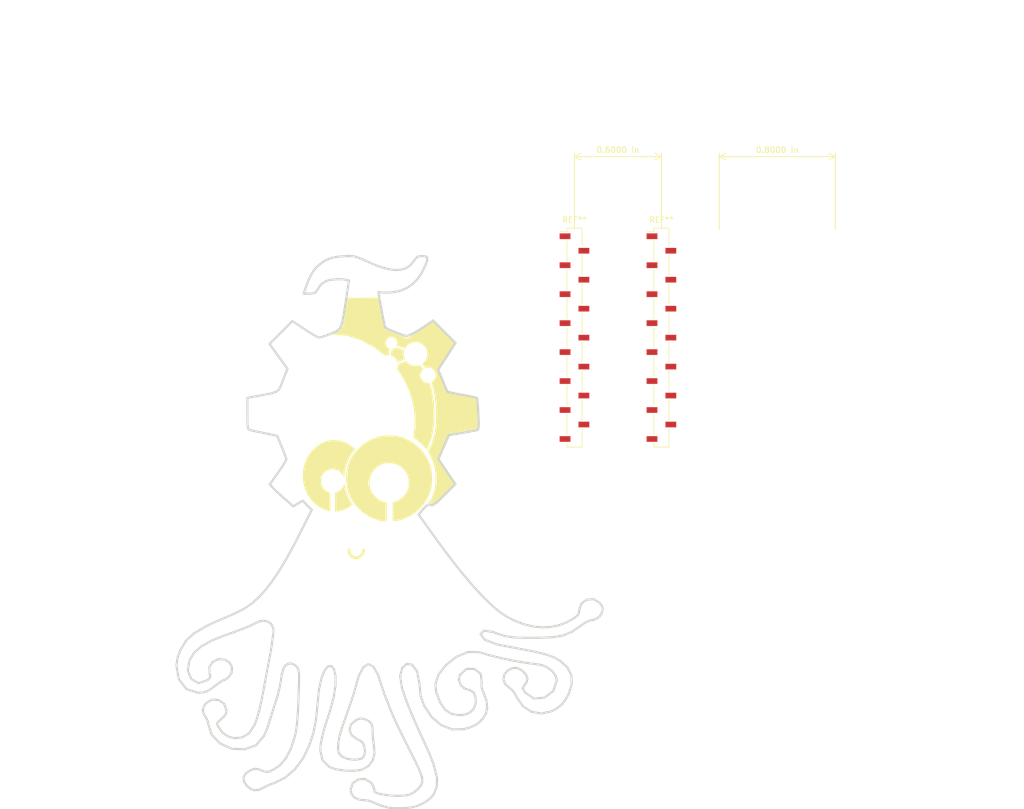
<source format=kicad_pcb>
(kicad_pcb (version 20171130) (host pcbnew 5.1.2-f72e74a~84~ubuntu18.04.1)

  (general
    (thickness 1.6)
    (drawings 9)
    (tracks 0)
    (zones 0)
    (modules 3)
    (nets 1)
  )

  (page USLetter)
  (title_block
    (title "Project Title")
  )

  (layers
    (0 F.Cu signal)
    (31 B.Cu signal)
    (34 B.Paste user)
    (35 F.Paste user)
    (36 B.SilkS user)
    (37 F.SilkS user)
    (38 B.Mask user)
    (39 F.Mask user)
    (44 Edge.Cuts user)
  )

  (setup
    (last_trace_width 0.25)
    (user_trace_width 0.1524)
    (user_trace_width 0.2032)
    (user_trace_width 0.4)
    (user_trace_width 0.5)
    (user_trace_width 0.6096)
    (user_trace_width 0.8)
    (user_trace_width 1)
    (user_trace_width 2)
    (trace_clearance 0.1524)
    (zone_clearance 0.508)
    (zone_45_only yes)
    (trace_min 0.1524)
    (via_size 0.6858)
    (via_drill 0.3302)
    (via_min_size 0.6858)
    (via_min_drill 0.3302)
    (uvia_size 0.762)
    (uvia_drill 0.508)
    (uvias_allowed no)
    (uvia_min_size 0.762)
    (uvia_min_drill 0)
    (edge_width 0.1524)
    (segment_width 0.1524)
    (pcb_text_width 0.1524)
    (pcb_text_size 1.016 1.016)
    (mod_edge_width 0.1524)
    (mod_text_size 1.016 1.016)
    (mod_text_width 0.1524)
    (pad_size 0.9 0.9)
    (pad_drill 0.45)
    (pad_to_mask_clearance 0.0762)
    (solder_mask_min_width 0.1016)
    (pad_to_paste_clearance -0.0762)
    (aux_axis_origin 0 0)
    (visible_elements 7FFFFFFF)
    (pcbplotparams
      (layerselection 0x010f0_ffffffff)
      (usegerberextensions true)
      (usegerberattributes true)
      (usegerberadvancedattributes true)
      (creategerberjobfile true)
      (excludeedgelayer true)
      (linewidth 0.100000)
      (plotframeref false)
      (viasonmask false)
      (mode 1)
      (useauxorigin false)
      (hpglpennumber 1)
      (hpglpenspeed 20)
      (hpglpendiameter 15.000000)
      (psnegative false)
      (psa4output false)
      (plotreference true)
      (plotvalue true)
      (plotinvisibletext false)
      (padsonsilk false)
      (subtractmaskfromsilk false)
      (outputformat 1)
      (mirror false)
      (drillshape 0)
      (scaleselection 1)
      (outputdirectory "/home/greynaga/git/oshwi_2017/Hackster_Version/gerbers/"))
  )

  (net 0 "")

  (net_class Default "This is the default net class."
    (clearance 0.1524)
    (trace_width 0.25)
    (via_dia 0.6858)
    (via_drill 0.3302)
    (uvia_dia 0.762)
    (uvia_drill 0.508)
  )

  (net_class Power ""
    (clearance 0.1524)
    (trace_width 0.6096)
    (via_dia 0.6858)
    (via_drill 0.3302)
    (uvia_dia 0.762)
    (uvia_drill 0.508)
  )

  (module Connector_PinSocket_2.54mm:PinSocket_1x15_P2.54mm_Vertical_SMD_Pin1Left (layer F.Cu) (tedit 5A19A431) (tstamp 5CE308C3)
    (at 193.04 69.85)
    (descr "surface-mounted straight socket strip, 1x15, 2.54mm pitch, single row, style 1 (pin 1 left) (https://cdn.harwin.com/pdfs/M20-786.pdf), script generated")
    (tags "Surface mounted socket strip SMD 1x15 2.54mm single row style1 pin1 left")
    (attr smd)
    (fp_text reference REF** (at 0 -20.65) (layer F.SilkS)
      (effects (font (size 1 1) (thickness 0.15)))
    )
    (fp_text value PinSocket_1x15_P2.54mm_Vertical_SMD_Pin1Left (at 0 20.65) (layer F.Fab)
      (effects (font (size 1 1) (thickness 0.15)))
    )
    (fp_line (start -1.33 -19.21) (end 1.33 -19.21) (layer F.SilkS) (width 0.12))
    (fp_line (start 1.33 -19.21) (end 1.33 -16) (layer F.SilkS) (width 0.12))
    (fp_line (start 1.33 -14.48) (end 1.33 -10.92) (layer F.SilkS) (width 0.12))
    (fp_line (start 1.33 -9.4) (end 1.33 -5.84) (layer F.SilkS) (width 0.12))
    (fp_line (start 1.33 -4.32) (end 1.33 -0.76) (layer F.SilkS) (width 0.12))
    (fp_line (start 1.33 0.76) (end 1.33 4.32) (layer F.SilkS) (width 0.12))
    (fp_line (start 1.33 5.84) (end 1.33 9.4) (layer F.SilkS) (width 0.12))
    (fp_line (start 1.33 10.92) (end 1.33 14.48) (layer F.SilkS) (width 0.12))
    (fp_line (start 1.33 16) (end 1.33 19.21) (layer F.SilkS) (width 0.12))
    (fp_line (start -1.33 19.21) (end 1.33 19.21) (layer F.SilkS) (width 0.12))
    (fp_line (start -1.33 -19.21) (end -1.33 -18.54) (layer F.SilkS) (width 0.12))
    (fp_line (start -1.33 -17.02) (end -1.33 -13.46) (layer F.SilkS) (width 0.12))
    (fp_line (start -1.33 -11.94) (end -1.33 -8.38) (layer F.SilkS) (width 0.12))
    (fp_line (start -1.33 -6.86) (end -1.33 -3.3) (layer F.SilkS) (width 0.12))
    (fp_line (start -1.33 -1.78) (end -1.33 1.78) (layer F.SilkS) (width 0.12))
    (fp_line (start -1.33 3.3) (end -1.33 6.86) (layer F.SilkS) (width 0.12))
    (fp_line (start -1.33 8.38) (end -1.33 11.94) (layer F.SilkS) (width 0.12))
    (fp_line (start -1.33 13.46) (end -1.33 17.02) (layer F.SilkS) (width 0.12))
    (fp_line (start -1.33 18.54) (end -1.33 19.21) (layer F.SilkS) (width 0.12))
    (fp_line (start -2.54 -18.54) (end -1.33 -18.54) (layer F.SilkS) (width 0.12))
    (fp_line (start -0.635 -19.15) (end 1.27 -19.15) (layer F.Fab) (width 0.1))
    (fp_line (start 1.27 -19.15) (end 1.27 19.15) (layer F.Fab) (width 0.1))
    (fp_line (start 1.27 19.15) (end -1.27 19.15) (layer F.Fab) (width 0.1))
    (fp_line (start -1.27 19.15) (end -1.27 -18.515) (layer F.Fab) (width 0.1))
    (fp_line (start -1.27 -18.515) (end -0.635 -19.15) (layer F.Fab) (width 0.1))
    (fp_line (start -2.27 -18.08) (end -1.27 -18.08) (layer F.Fab) (width 0.1))
    (fp_line (start -1.27 -17.48) (end -2.27 -17.48) (layer F.Fab) (width 0.1))
    (fp_line (start -2.27 -17.48) (end -2.27 -18.08) (layer F.Fab) (width 0.1))
    (fp_line (start 1.27 -15.54) (end 2.27 -15.54) (layer F.Fab) (width 0.1))
    (fp_line (start 2.27 -15.54) (end 2.27 -14.94) (layer F.Fab) (width 0.1))
    (fp_line (start 2.27 -14.94) (end 1.27 -14.94) (layer F.Fab) (width 0.1))
    (fp_line (start -2.27 -13) (end -1.27 -13) (layer F.Fab) (width 0.1))
    (fp_line (start -1.27 -12.4) (end -2.27 -12.4) (layer F.Fab) (width 0.1))
    (fp_line (start -2.27 -12.4) (end -2.27 -13) (layer F.Fab) (width 0.1))
    (fp_line (start 1.27 -10.46) (end 2.27 -10.46) (layer F.Fab) (width 0.1))
    (fp_line (start 2.27 -10.46) (end 2.27 -9.86) (layer F.Fab) (width 0.1))
    (fp_line (start 2.27 -9.86) (end 1.27 -9.86) (layer F.Fab) (width 0.1))
    (fp_line (start -2.27 -7.92) (end -1.27 -7.92) (layer F.Fab) (width 0.1))
    (fp_line (start -1.27 -7.32) (end -2.27 -7.32) (layer F.Fab) (width 0.1))
    (fp_line (start -2.27 -7.32) (end -2.27 -7.92) (layer F.Fab) (width 0.1))
    (fp_line (start 1.27 -5.38) (end 2.27 -5.38) (layer F.Fab) (width 0.1))
    (fp_line (start 2.27 -5.38) (end 2.27 -4.78) (layer F.Fab) (width 0.1))
    (fp_line (start 2.27 -4.78) (end 1.27 -4.78) (layer F.Fab) (width 0.1))
    (fp_line (start -2.27 -2.84) (end -1.27 -2.84) (layer F.Fab) (width 0.1))
    (fp_line (start -1.27 -2.24) (end -2.27 -2.24) (layer F.Fab) (width 0.1))
    (fp_line (start -2.27 -2.24) (end -2.27 -2.84) (layer F.Fab) (width 0.1))
    (fp_line (start 1.27 -0.3) (end 2.27 -0.3) (layer F.Fab) (width 0.1))
    (fp_line (start 2.27 -0.3) (end 2.27 0.3) (layer F.Fab) (width 0.1))
    (fp_line (start 2.27 0.3) (end 1.27 0.3) (layer F.Fab) (width 0.1))
    (fp_line (start -2.27 2.24) (end -1.27 2.24) (layer F.Fab) (width 0.1))
    (fp_line (start -1.27 2.84) (end -2.27 2.84) (layer F.Fab) (width 0.1))
    (fp_line (start -2.27 2.84) (end -2.27 2.24) (layer F.Fab) (width 0.1))
    (fp_line (start 1.27 4.78) (end 2.27 4.78) (layer F.Fab) (width 0.1))
    (fp_line (start 2.27 4.78) (end 2.27 5.38) (layer F.Fab) (width 0.1))
    (fp_line (start 2.27 5.38) (end 1.27 5.38) (layer F.Fab) (width 0.1))
    (fp_line (start -2.27 7.32) (end -1.27 7.32) (layer F.Fab) (width 0.1))
    (fp_line (start -1.27 7.92) (end -2.27 7.92) (layer F.Fab) (width 0.1))
    (fp_line (start -2.27 7.92) (end -2.27 7.32) (layer F.Fab) (width 0.1))
    (fp_line (start 1.27 9.86) (end 2.27 9.86) (layer F.Fab) (width 0.1))
    (fp_line (start 2.27 9.86) (end 2.27 10.46) (layer F.Fab) (width 0.1))
    (fp_line (start 2.27 10.46) (end 1.27 10.46) (layer F.Fab) (width 0.1))
    (fp_line (start -2.27 12.4) (end -1.27 12.4) (layer F.Fab) (width 0.1))
    (fp_line (start -1.27 13) (end -2.27 13) (layer F.Fab) (width 0.1))
    (fp_line (start -2.27 13) (end -2.27 12.4) (layer F.Fab) (width 0.1))
    (fp_line (start 1.27 14.94) (end 2.27 14.94) (layer F.Fab) (width 0.1))
    (fp_line (start 2.27 14.94) (end 2.27 15.54) (layer F.Fab) (width 0.1))
    (fp_line (start 2.27 15.54) (end 1.27 15.54) (layer F.Fab) (width 0.1))
    (fp_line (start -2.27 17.48) (end -1.27 17.48) (layer F.Fab) (width 0.1))
    (fp_line (start -1.27 18.08) (end -2.27 18.08) (layer F.Fab) (width 0.1))
    (fp_line (start -2.27 18.08) (end -2.27 17.48) (layer F.Fab) (width 0.1))
    (fp_line (start -3.1 -19.65) (end 3.1 -19.65) (layer F.CrtYd) (width 0.05))
    (fp_line (start 3.1 -19.65) (end 3.1 19.65) (layer F.CrtYd) (width 0.05))
    (fp_line (start 3.1 19.65) (end -3.1 19.65) (layer F.CrtYd) (width 0.05))
    (fp_line (start -3.1 19.65) (end -3.1 -19.65) (layer F.CrtYd) (width 0.05))
    (fp_text user %R (at 0 0 90) (layer F.Fab)
      (effects (font (size 1 1) (thickness 0.15)))
    )
    (pad 1 smd rect (at -1.65 -17.78) (size 1.9 1) (layers F.Cu F.Paste F.Mask))
    (pad 3 smd rect (at -1.65 -12.7) (size 1.9 1) (layers F.Cu F.Paste F.Mask))
    (pad 5 smd rect (at -1.65 -7.62) (size 1.9 1) (layers F.Cu F.Paste F.Mask))
    (pad 7 smd rect (at -1.65 -2.54) (size 1.9 1) (layers F.Cu F.Paste F.Mask))
    (pad 9 smd rect (at -1.65 2.54) (size 1.9 1) (layers F.Cu F.Paste F.Mask))
    (pad 11 smd rect (at -1.65 7.62) (size 1.9 1) (layers F.Cu F.Paste F.Mask))
    (pad 13 smd rect (at -1.65 12.7) (size 1.9 1) (layers F.Cu F.Paste F.Mask))
    (pad 15 smd rect (at -1.65 17.78) (size 1.9 1) (layers F.Cu F.Paste F.Mask))
    (pad 2 smd rect (at 1.65 -15.24) (size 1.9 1) (layers F.Cu F.Paste F.Mask))
    (pad 4 smd rect (at 1.65 -10.16) (size 1.9 1) (layers F.Cu F.Paste F.Mask))
    (pad 6 smd rect (at 1.65 -5.08) (size 1.9 1) (layers F.Cu F.Paste F.Mask))
    (pad 8 smd rect (at 1.65 0) (size 1.9 1) (layers F.Cu F.Paste F.Mask))
    (pad 10 smd rect (at 1.65 5.08) (size 1.9 1) (layers F.Cu F.Paste F.Mask))
    (pad 12 smd rect (at 1.65 10.16) (size 1.9 1) (layers F.Cu F.Paste F.Mask))
    (pad 14 smd rect (at 1.65 15.24) (size 1.9 1) (layers F.Cu F.Paste F.Mask))
    (model ${KISYS3DMOD}/Connector_PinSocket_2.54mm.3dshapes/PinSocket_1x15_P2.54mm_Vertical_SMD_Pin1Left.wrl
      (at (xyz 0 0 0))
      (scale (xyz 1 1 1))
      (rotate (xyz 0 0 0))
    )
  )

  (module Connector_PinSocket_2.54mm:PinSocket_1x15_P2.54mm_Vertical_SMD_Pin1Left (layer F.Cu) (tedit 5A19A431) (tstamp 5CE3055A)
    (at 177.8 69.85)
    (descr "surface-mounted straight socket strip, 1x15, 2.54mm pitch, single row, style 1 (pin 1 left) (https://cdn.harwin.com/pdfs/M20-786.pdf), script generated")
    (tags "Surface mounted socket strip SMD 1x15 2.54mm single row style1 pin1 left")
    (attr smd)
    (fp_text reference REF** (at 0 -20.65) (layer F.SilkS)
      (effects (font (size 1 1) (thickness 0.15)))
    )
    (fp_text value PinSocket_1x15_P2.54mm_Vertical_SMD_Pin1Left (at 0 20.65) (layer F.Fab)
      (effects (font (size 1 1) (thickness 0.15)))
    )
    (fp_text user %R (at 0 0 90) (layer F.Fab)
      (effects (font (size 1 1) (thickness 0.15)))
    )
    (fp_line (start -3.1 19.65) (end -3.1 -19.65) (layer F.CrtYd) (width 0.05))
    (fp_line (start 3.1 19.65) (end -3.1 19.65) (layer F.CrtYd) (width 0.05))
    (fp_line (start 3.1 -19.65) (end 3.1 19.65) (layer F.CrtYd) (width 0.05))
    (fp_line (start -3.1 -19.65) (end 3.1 -19.65) (layer F.CrtYd) (width 0.05))
    (fp_line (start -2.27 18.08) (end -2.27 17.48) (layer F.Fab) (width 0.1))
    (fp_line (start -1.27 18.08) (end -2.27 18.08) (layer F.Fab) (width 0.1))
    (fp_line (start -2.27 17.48) (end -1.27 17.48) (layer F.Fab) (width 0.1))
    (fp_line (start 2.27 15.54) (end 1.27 15.54) (layer F.Fab) (width 0.1))
    (fp_line (start 2.27 14.94) (end 2.27 15.54) (layer F.Fab) (width 0.1))
    (fp_line (start 1.27 14.94) (end 2.27 14.94) (layer F.Fab) (width 0.1))
    (fp_line (start -2.27 13) (end -2.27 12.4) (layer F.Fab) (width 0.1))
    (fp_line (start -1.27 13) (end -2.27 13) (layer F.Fab) (width 0.1))
    (fp_line (start -2.27 12.4) (end -1.27 12.4) (layer F.Fab) (width 0.1))
    (fp_line (start 2.27 10.46) (end 1.27 10.46) (layer F.Fab) (width 0.1))
    (fp_line (start 2.27 9.86) (end 2.27 10.46) (layer F.Fab) (width 0.1))
    (fp_line (start 1.27 9.86) (end 2.27 9.86) (layer F.Fab) (width 0.1))
    (fp_line (start -2.27 7.92) (end -2.27 7.32) (layer F.Fab) (width 0.1))
    (fp_line (start -1.27 7.92) (end -2.27 7.92) (layer F.Fab) (width 0.1))
    (fp_line (start -2.27 7.32) (end -1.27 7.32) (layer F.Fab) (width 0.1))
    (fp_line (start 2.27 5.38) (end 1.27 5.38) (layer F.Fab) (width 0.1))
    (fp_line (start 2.27 4.78) (end 2.27 5.38) (layer F.Fab) (width 0.1))
    (fp_line (start 1.27 4.78) (end 2.27 4.78) (layer F.Fab) (width 0.1))
    (fp_line (start -2.27 2.84) (end -2.27 2.24) (layer F.Fab) (width 0.1))
    (fp_line (start -1.27 2.84) (end -2.27 2.84) (layer F.Fab) (width 0.1))
    (fp_line (start -2.27 2.24) (end -1.27 2.24) (layer F.Fab) (width 0.1))
    (fp_line (start 2.27 0.3) (end 1.27 0.3) (layer F.Fab) (width 0.1))
    (fp_line (start 2.27 -0.3) (end 2.27 0.3) (layer F.Fab) (width 0.1))
    (fp_line (start 1.27 -0.3) (end 2.27 -0.3) (layer F.Fab) (width 0.1))
    (fp_line (start -2.27 -2.24) (end -2.27 -2.84) (layer F.Fab) (width 0.1))
    (fp_line (start -1.27 -2.24) (end -2.27 -2.24) (layer F.Fab) (width 0.1))
    (fp_line (start -2.27 -2.84) (end -1.27 -2.84) (layer F.Fab) (width 0.1))
    (fp_line (start 2.27 -4.78) (end 1.27 -4.78) (layer F.Fab) (width 0.1))
    (fp_line (start 2.27 -5.38) (end 2.27 -4.78) (layer F.Fab) (width 0.1))
    (fp_line (start 1.27 -5.38) (end 2.27 -5.38) (layer F.Fab) (width 0.1))
    (fp_line (start -2.27 -7.32) (end -2.27 -7.92) (layer F.Fab) (width 0.1))
    (fp_line (start -1.27 -7.32) (end -2.27 -7.32) (layer F.Fab) (width 0.1))
    (fp_line (start -2.27 -7.92) (end -1.27 -7.92) (layer F.Fab) (width 0.1))
    (fp_line (start 2.27 -9.86) (end 1.27 -9.86) (layer F.Fab) (width 0.1))
    (fp_line (start 2.27 -10.46) (end 2.27 -9.86) (layer F.Fab) (width 0.1))
    (fp_line (start 1.27 -10.46) (end 2.27 -10.46) (layer F.Fab) (width 0.1))
    (fp_line (start -2.27 -12.4) (end -2.27 -13) (layer F.Fab) (width 0.1))
    (fp_line (start -1.27 -12.4) (end -2.27 -12.4) (layer F.Fab) (width 0.1))
    (fp_line (start -2.27 -13) (end -1.27 -13) (layer F.Fab) (width 0.1))
    (fp_line (start 2.27 -14.94) (end 1.27 -14.94) (layer F.Fab) (width 0.1))
    (fp_line (start 2.27 -15.54) (end 2.27 -14.94) (layer F.Fab) (width 0.1))
    (fp_line (start 1.27 -15.54) (end 2.27 -15.54) (layer F.Fab) (width 0.1))
    (fp_line (start -2.27 -17.48) (end -2.27 -18.08) (layer F.Fab) (width 0.1))
    (fp_line (start -1.27 -17.48) (end -2.27 -17.48) (layer F.Fab) (width 0.1))
    (fp_line (start -2.27 -18.08) (end -1.27 -18.08) (layer F.Fab) (width 0.1))
    (fp_line (start -1.27 -18.515) (end -0.635 -19.15) (layer F.Fab) (width 0.1))
    (fp_line (start -1.27 19.15) (end -1.27 -18.515) (layer F.Fab) (width 0.1))
    (fp_line (start 1.27 19.15) (end -1.27 19.15) (layer F.Fab) (width 0.1))
    (fp_line (start 1.27 -19.15) (end 1.27 19.15) (layer F.Fab) (width 0.1))
    (fp_line (start -0.635 -19.15) (end 1.27 -19.15) (layer F.Fab) (width 0.1))
    (fp_line (start -2.54 -18.54) (end -1.33 -18.54) (layer F.SilkS) (width 0.12))
    (fp_line (start -1.33 18.54) (end -1.33 19.21) (layer F.SilkS) (width 0.12))
    (fp_line (start -1.33 13.46) (end -1.33 17.02) (layer F.SilkS) (width 0.12))
    (fp_line (start -1.33 8.38) (end -1.33 11.94) (layer F.SilkS) (width 0.12))
    (fp_line (start -1.33 3.3) (end -1.33 6.86) (layer F.SilkS) (width 0.12))
    (fp_line (start -1.33 -1.78) (end -1.33 1.78) (layer F.SilkS) (width 0.12))
    (fp_line (start -1.33 -6.86) (end -1.33 -3.3) (layer F.SilkS) (width 0.12))
    (fp_line (start -1.33 -11.94) (end -1.33 -8.38) (layer F.SilkS) (width 0.12))
    (fp_line (start -1.33 -17.02) (end -1.33 -13.46) (layer F.SilkS) (width 0.12))
    (fp_line (start -1.33 -19.21) (end -1.33 -18.54) (layer F.SilkS) (width 0.12))
    (fp_line (start -1.33 19.21) (end 1.33 19.21) (layer F.SilkS) (width 0.12))
    (fp_line (start 1.33 16) (end 1.33 19.21) (layer F.SilkS) (width 0.12))
    (fp_line (start 1.33 10.92) (end 1.33 14.48) (layer F.SilkS) (width 0.12))
    (fp_line (start 1.33 5.84) (end 1.33 9.4) (layer F.SilkS) (width 0.12))
    (fp_line (start 1.33 0.76) (end 1.33 4.32) (layer F.SilkS) (width 0.12))
    (fp_line (start 1.33 -4.32) (end 1.33 -0.76) (layer F.SilkS) (width 0.12))
    (fp_line (start 1.33 -9.4) (end 1.33 -5.84) (layer F.SilkS) (width 0.12))
    (fp_line (start 1.33 -14.48) (end 1.33 -10.92) (layer F.SilkS) (width 0.12))
    (fp_line (start 1.33 -19.21) (end 1.33 -16) (layer F.SilkS) (width 0.12))
    (fp_line (start -1.33 -19.21) (end 1.33 -19.21) (layer F.SilkS) (width 0.12))
    (pad 14 smd rect (at 1.65 15.24) (size 1.9 1) (layers F.Cu F.Paste F.Mask))
    (pad 12 smd rect (at 1.65 10.16) (size 1.9 1) (layers F.Cu F.Paste F.Mask))
    (pad 10 smd rect (at 1.65 5.08) (size 1.9 1) (layers F.Cu F.Paste F.Mask))
    (pad 8 smd rect (at 1.65 0) (size 1.9 1) (layers F.Cu F.Paste F.Mask))
    (pad 6 smd rect (at 1.65 -5.08) (size 1.9 1) (layers F.Cu F.Paste F.Mask))
    (pad 4 smd rect (at 1.65 -10.16) (size 1.9 1) (layers F.Cu F.Paste F.Mask))
    (pad 2 smd rect (at 1.65 -15.24) (size 1.9 1) (layers F.Cu F.Paste F.Mask))
    (pad 15 smd rect (at -1.65 17.78) (size 1.9 1) (layers F.Cu F.Paste F.Mask))
    (pad 13 smd rect (at -1.65 12.7) (size 1.9 1) (layers F.Cu F.Paste F.Mask))
    (pad 11 smd rect (at -1.65 7.62) (size 1.9 1) (layers F.Cu F.Paste F.Mask))
    (pad 9 smd rect (at -1.65 2.54) (size 1.9 1) (layers F.Cu F.Paste F.Mask))
    (pad 7 smd rect (at -1.65 -2.54) (size 1.9 1) (layers F.Cu F.Paste F.Mask))
    (pad 5 smd rect (at -1.65 -7.62) (size 1.9 1) (layers F.Cu F.Paste F.Mask))
    (pad 3 smd rect (at -1.65 -12.7) (size 1.9 1) (layers F.Cu F.Paste F.Mask))
    (pad 1 smd rect (at -1.65 -17.78) (size 1.9 1) (layers F.Cu F.Paste F.Mask))
    (model ${KISYS3DMOD}/Connector_PinSocket_2.54mm.3dshapes/PinSocket_1x15_P2.54mm_Vertical_SMD_Pin1Left.wrl
      (at (xyz 0 0 0))
      (scale (xyz 1 1 1))
      (rotate (xyz 0 0 0))
    )
  )

  (module Oshwi_Shield:oshwi_shield_all (layer F.Cu) (tedit 5CE2F277) (tstamp 5CE3CDEB)
    (at 143.51 103.505)
    (descr "Imported from oshwi_shield.svg")
    (tags svg2mod)
    (attr smd)
    (fp_text reference svg2mod (at 0 -51.940132) (layer F.SilkS) hide
      (effects (font (size 1.524 1.524) (thickness 0.3048)))
    )
    (fp_text value G*** (at 0 51.940132) (layer F.SilkS) hide
      (effects (font (size 1.524 1.524) (thickness 0.3048)))
    )
    (fp_line (start 0.523717 48.491207) (end 0.523658 48.491517) (layer Edge.Cuts) (width 0.375))
    (fp_line (start 0.523759 48.491094) (end 0.523717 48.491207) (layer Edge.Cuts) (width 0.375))
    (fp_line (start 0.523802 48.491009) (end 0.523759 48.491094) (layer Edge.Cuts) (width 0.375))
    (fp_line (start 0.523844 48.490925) (end 0.523802 48.491009) (layer Edge.Cuts) (width 0.375))
    (fp_line (start 1.051552 48.628282) (end 0.523844 48.490925) (layer Edge.Cuts) (width 0.375))
    (fp_line (start 1.966273 48.835857) (end 1.051552 48.628282) (layer Edge.Cuts) (width 0.375))
    (fp_line (start 2.854635 48.88677) (end 1.966273 48.835857) (layer Edge.Cuts) (width 0.375))
    (fp_line (start 3.991424 48.871812) (end 2.854635 48.88677) (layer Edge.Cuts) (width 0.375))
    (fp_line (start 5.198942 48.805998) (end 3.991424 48.871812) (layer Edge.Cuts) (width 0.375))
    (fp_line (start 6.082572 48.678264) (end 5.198942 48.805998) (layer Edge.Cuts) (width 0.375))
    (fp_line (start 6.835978 48.44608) (end 6.082572 48.678264) (layer Edge.Cuts) (width 0.375))
    (fp_line (start 7.652834 48.066801) (end 6.835978 48.44608) (layer Edge.Cuts) (width 0.375))
    (fp_line (start 8.336328 47.679197) (end 7.652834 48.066801) (layer Edge.Cuts) (width 0.375))
    (fp_line (start 8.878158 47.281772) (end 8.336328 47.679197) (layer Edge.Cuts) (width 0.375))
    (fp_line (start 9.305078 46.85175) (end 8.878158 47.281772) (layer Edge.Cuts) (width 0.375))
    (fp_line (start 9.643855 46.366215) (end 9.305078 46.85175) (layer Edge.Cuts) (width 0.375))
    (fp_line (start 10.154375 45.152433) (end 9.643855 46.366215) (layer Edge.Cuts) (width 0.375))
    (fp_line (start 10.200211 43.53705) (end 10.154375 45.152433) (layer Edge.Cuts) (width 0.375))
    (fp_line (start 9.564661 41.107399) (end 10.200211 43.53705) (layer Edge.Cuts) (width 0.375))
    (fp_line (start 8.923642 39.458307) (end 9.564661 41.107399) (layer Edge.Cuts) (width 0.375))
    (fp_line (start 8.031011 37.450927) (end 8.923642 39.458307) (layer Edge.Cuts) (width 0.375))
    (fp_line (start 7.18522 35.618133) (end 8.031011 37.450927) (layer Edge.Cuts) (width 0.375))
    (fp_line (start 6.413912 33.898365) (end 7.18522 35.618133) (layer Edge.Cuts) (width 0.375))
    (fp_line (start 5.717221 32.278076) (end 6.413912 33.898365) (layer Edge.Cuts) (width 0.375))
    (fp_line (start 5.095282 30.743696) (end 5.717221 32.278076) (layer Edge.Cuts) (width 0.375))
    (fp_line (start 4.548225 29.281662) (end 5.095282 30.743696) (layer Edge.Cuts) (width 0.375))
    (fp_line (start 4.076186 27.87841) (end 4.548225 29.281662) (layer Edge.Cuts) (width 0.375))
    (fp_line (start 3.722451 25.755506) (end 4.076186 27.87841) (layer Edge.Cuts) (width 0.375))
    (fp_line (start 4.08552 24.278764) (end 3.722451 25.755506) (layer Edge.Cuts) (width 0.375))
    (fp_line (start 4.886842 23.564628) (end 4.08552 24.278764) (layer Edge.Cuts) (width 0.375))
    (fp_line (start 5.847862 23.729543) (end 4.886842 23.564628) (layer Edge.Cuts) (width 0.375))
    (fp_line (start 6.690027 24.889953) (end 5.847862 23.729543) (layer Edge.Cuts) (width 0.375))
    (fp_line (start 7.134784 27.162302) (end 6.690027 24.889953) (layer Edge.Cuts) (width 0.375))
    (fp_line (start 7.294386 29.047467) (end 7.134784 27.162302) (layer Edge.Cuts) (width 0.375))
    (fp_line (start 7.901607 30.859396) (end 7.294386 29.047467) (layer Edge.Cuts) (width 0.375))
    (fp_line (start 9.268254 32.907088) (end 7.901607 30.859396) (layer Edge.Cuts) (width 0.375))
    (fp_line (start 10.954594 34.327865) (end 9.268254 32.907088) (layer Edge.Cuts) (width 0.375))
    (fp_line (start 12.851065 35.056018) (end 10.954594 34.327865) (layer Edge.Cuts) (width 0.375))
    (fp_line (start 14.848112 35.025848) (end 12.851065 35.056018) (layer Edge.Cuts) (width 0.375))
    (fp_line (start 15.933236 34.73753) (end 14.848112 35.025848) (layer Edge.Cuts) (width 0.375))
    (fp_line (start 16.797333 34.365702) (end 15.933236 34.73753) (layer Edge.Cuts) (width 0.375))
    (fp_line (start 17.528672 33.86195) (end 16.797333 34.365702) (layer Edge.Cuts) (width 0.375))
    (fp_line (start 18.215531 33.177818) (end 17.528672 33.86195) (layer Edge.Cuts) (width 0.375))
    (fp_line (start 18.7752 32.277458) (end 18.215531 33.177818) (layer Edge.Cuts) (width 0.375))
    (fp_line (start 18.994825 31.240924) (end 18.7752 32.277458) (layer Edge.Cuts) (width 0.375))
    (fp_line (start 18.87424 30.072013) (end 18.994825 31.240924) (layer Edge.Cuts) (width 0.375))
    (fp_line (start 18.413284 28.774533) (end 18.87424 30.072013) (layer Edge.Cuts) (width 0.375))
    (fp_line (start 18.159233 28.16852) (end 18.413284 28.774533) (layer Edge.Cuts) (width 0.375))
    (fp_line (start 18.016118 27.670965) (end 18.159233 28.16852) (layer Edge.Cuts) (width 0.375))
    (fp_line (start 17.976805 27.245834) (end 18.016118 27.670965) (layer Edge.Cuts) (width 0.375))
    (fp_line (start 18.034175 26.857093) (end 17.976805 27.245834) (layer Edge.Cuts) (width 0.375))
    (fp_line (start 17.865149 25.338658) (end 18.034175 26.857093) (layer Edge.Cuts) (width 0.375))
    (fp_line (start 16.785477 24.468372) (end 17.865149 25.338658) (layer Edge.Cuts) (width 0.375))
    (fp_line (start 15.37372 24.452116) (end 16.785477 24.468372) (layer Edge.Cuts) (width 0.375))
    (fp_line (start 14.208427 25.495751) (end 15.37372 24.452116) (layer Edge.Cuts) (width 0.375))
    (fp_line (start 14.039483 26.398315) (end 14.208427 25.495751) (layer Edge.Cuts) (width 0.375))
    (fp_line (start 14.349163 27.261393) (end 14.039483 26.398315) (layer Edge.Cuts) (width 0.375))
    (fp_line (start 15.022646 27.908593) (end 14.349163 27.261393) (layer Edge.Cuts) (width 0.375))
    (fp_line (start 15.945109 28.163525) (end 15.022646 27.908593) (layer Edge.Cuts) (width 0.375))
    (fp_line (start 16.588819 28.542535) (end 15.945109 28.163525) (layer Edge.Cuts) (width 0.375))
    (fp_line (start 16.956501 29.451886) (end 16.588819 28.542535) (layer Edge.Cuts) (width 0.375))
    (fp_line (start 16.981365 30.550049) (end 16.956501 29.451886) (layer Edge.Cuts) (width 0.375))
    (fp_line (start 16.596639 31.495499) (end 16.981365 30.550049) (layer Edge.Cuts) (width 0.375))
    (fp_line (start 16.107557 31.982375) (end 16.596639 31.495499) (layer Edge.Cuts) (width 0.375))
    (fp_line (start 15.541362 32.313585) (end 16.107557 31.982375) (layer Edge.Cuts) (width 0.375))
    (fp_line (start 14.866614 32.502355) (end 15.541362 32.313585) (layer Edge.Cuts) (width 0.375))
    (fp_line (start 14.05187 32.561916) (end 14.866614 32.502355) (layer Edge.Cuts) (width 0.375))
    (fp_line (start 12.709197 32.325549) (end 14.05187 32.561916) (layer Edge.Cuts) (width 0.375))
    (fp_line (start 11.616312 31.598152) (end 12.709197 32.325549) (layer Edge.Cuts) (width 0.375))
    (fp_line (start 10.74201 30.348455) (end 11.616312 31.598152) (layer Edge.Cuts) (width 0.375))
    (fp_line (start 10.055095 28.545171) (end 10.74201 30.348455) (layer Edge.Cuts) (width 0.375))
    (fp_line (start 9.908853 27.138208) (end 10.055095 28.545171) (layer Edge.Cuts) (width 0.375))
    (fp_line (start 10.452426 25.460081) (end 9.908853 27.138208) (layer Edge.Cuts) (width 0.375))
    (fp_line (start 11.767881 23.756203) (end 10.452426 25.460081) (layer Edge.Cuts) (width 0.375))
    (fp_line (start 13.586484 22.329824) (end 11.767881 23.756203) (layer Edge.Cuts) (width 0.375))
    (fp_line (start 15.639502 21.484192) (end 13.586484 22.329824) (layer Edge.Cuts) (width 0.375))
    (fp_line (start 17.658201 21.522556) (end 15.639502 21.484192) (layer Edge.Cuts) (width 0.375))
    (fp_line (start 19.241829 22.01629) (end 17.658201 21.522556) (layer Edge.Cuts) (width 0.375))
    (fp_line (start 21.460494 22.570422) (end 19.241829 22.01629) (layer Edge.Cuts) (width 0.375))
    (fp_line (start 22.822852 22.861059) (end 21.460494 22.570422) (layer Edge.Cuts) (width 0.375))
    (fp_line (start 24.361837 23.1559) (end 22.822852 22.861059) (layer Edge.Cuts) (width 0.375))
    (fp_line (start 25.711615 23.373344) (end 24.361837 23.1559) (layer Edge.Cuts) (width 0.375))
    (fp_line (start 26.968421 23.544281) (end 25.711615 23.373344) (layer Edge.Cuts) (width 0.375))
    (fp_line (start 27.987512 23.680656) (end 26.968421 23.544281) (layer Edge.Cuts) (width 0.375))
    (fp_line (start 28.624154 23.794411) (end 27.987512 23.680656) (layer Edge.Cuts) (width 0.375))
    (fp_line (start 29.583069 24.216494) (end 28.624154 23.794411) (layer Edge.Cuts) (width 0.375))
    (fp_line (start 30.408564 24.875765) (end 29.583069 24.216494) (layer Edge.Cuts) (width 0.375))
    (fp_line (start 30.987113 25.655856) (end 30.408564 24.875765) (layer Edge.Cuts) (width 0.375))
    (fp_line (start 31.205189 26.440383) (end 30.987113 25.655856) (layer Edge.Cuts) (width 0.375))
    (fp_line (start 30.563817 28.340882) (end 31.205189 26.440383) (layer Edge.Cuts) (width 0.375))
    (fp_line (start 29.0326 29.490277) (end 30.563817 28.340882) (layer Edge.Cuts) (width 0.375))
    (fp_line (start 27.200896 29.657787) (end 29.0326 29.490277) (layer Edge.Cuts) (width 0.375))
    (fp_line (start 25.658055 28.612619) (end 27.200896 29.657787) (layer Edge.Cuts) (width 0.375))
    (fp_line (start 25.356698 28.158171) (end 25.658055 28.612619) (layer Edge.Cuts) (width 0.375))
    (fp_line (start 25.249818 27.861922) (end 25.356698 28.158171) (layer Edge.Cuts) (width 0.375))
    (fp_line (start 25.331781 27.596851) (end 25.249818 27.861922) (layer Edge.Cuts) (width 0.375))
    (fp_line (start 25.596954 27.235934) (end 25.331781 27.596851) (layer Edge.Cuts) (width 0.375))
    (fp_line (start 25.954922 26.645575) (end 25.596954 27.235934) (layer Edge.Cuts) (width 0.375))
    (fp_line (start 26.037613 26.100655) (end 25.954922 26.645575) (layer Edge.Cuts) (width 0.375))
    (fp_line (start 25.8403 25.556254) (end 26.037613 26.100655) (layer Edge.Cuts) (width 0.375))
    (fp_line (start 25.358251 24.967451) (end 25.8403 25.556254) (layer Edge.Cuts) (width 0.375))
    (fp_line (start 24.720798 24.488599) (end 25.358251 24.967451) (layer Edge.Cuts) (width 0.375))
    (fp_line (start 24.045367 24.272919) (end 24.720798 24.488599) (layer Edge.Cuts) (width 0.375))
    (fp_line (start 23.359302 24.323719) (end 24.045367 24.272919) (layer Edge.Cuts) (width 0.375))
    (fp_line (start 22.689952 24.644307) (end 23.359302 24.323719) (layer Edge.Cuts) (width 0.375))
    (fp_line (start 22.01611 25.405677) (end 22.689952 24.644307) (layer Edge.Cuts) (width 0.375))
    (fp_line (start 21.837974 26.290314) (end 22.01611 25.405677) (layer Edge.Cuts) (width 0.375))
    (fp_line (start 22.144157 27.143703) (end 21.837974 26.290314) (layer Edge.Cuts) (width 0.375))
    (fp_line (start 22.923266 27.811328) (end 22.144157 27.143703) (layer Edge.Cuts) (width 0.375))
    (fp_line (start 23.244051 28.046978) (end 22.923266 27.811328) (layer Edge.Cuts) (width 0.375))
    (fp_line (start 23.574019 28.418498) (end 23.244051 28.046978) (layer Edge.Cuts) (width 0.375))
    (fp_line (start 23.897355 28.905109) (end 23.574019 28.418498) (layer Edge.Cuts) (width 0.375))
    (fp_line (start 24.198233 29.486029) (end 23.897355 28.905109) (layer Edge.Cuts) (width 0.375))
    (fp_line (start 25.28439 31.024456) (end 24.198233 29.486029) (layer Edge.Cuts) (width 0.375))
    (fp_line (start 26.775607 31.978512) (end 25.28439 31.024456) (layer Edge.Cuts) (width 0.375))
    (fp_line (start 28.505486 32.283173) (end 26.775607 31.978512) (layer Edge.Cuts) (width 0.375))
    (fp_line (start 30.307638 31.873423) (end 28.505486 32.283173) (layer Edge.Cuts) (width 0.375))
    (fp_line (start 31.260996 31.353231) (end 30.307638 31.873423) (layer Edge.Cuts) (width 0.375))
    (fp_line (start 32.052341 30.691615) (end 31.260996 31.353231) (layer Edge.Cuts) (width 0.375))
    (fp_line (start 32.722797 29.846181) (end 32.052341 30.691615) (layer Edge.Cuts) (width 0.375))
    (fp_line (start 33.313474 28.774539) (end 32.722797 29.846181) (layer Edge.Cuts) (width 0.375))
    (fp_line (start 33.8219 27.081191) (end 33.313474 28.774539) (layer Edge.Cuts) (width 0.375))
    (fp_line (start 33.719423 25.518044) (end 33.8219 27.081191) (layer Edge.Cuts) (width 0.375))
    (fp_line (start 33.021524 24.141968) (end 33.719423 25.518044) (layer Edge.Cuts) (width 0.375))
    (fp_line (start 31.743698 23.009836) (end 33.021524 24.141968) (layer Edge.Cuts) (width 0.375))
    (fp_line (start 30.611236 22.393246) (end 31.743698 23.009836) (layer Edge.Cuts) (width 0.375))
    (fp_line (start 29.206345 21.891692) (end 30.611236 22.393246) (layer Edge.Cuts) (width 0.375))
    (fp_line (start 27.163561 21.39988) (end 29.206345 21.891692) (layer Edge.Cuts) (width 0.375))
    (fp_line (start 25.788757 21.124721) (end 27.163561 21.39988) (layer Edge.Cuts) (width 0.375))
    (fp_line (start 24.117432 20.812511) (end 25.788757 21.124721) (layer Edge.Cuts) (width 0.375))
    (fp_line (start 22.208232 20.458245) (end 24.117432 20.812511) (layer Edge.Cuts) (width 0.375))
    (fp_line (start 20.79671 20.184188) (end 22.208232 20.458245) (layer Edge.Cuts) (width 0.375))
    (fp_line (start 18.557258 19.339669) (end 20.79671 20.184188) (layer Edge.Cuts) (width 0.375))
    (fp_line (start 17.845403 18.368692) (end 18.557258 19.339669) (layer Edge.Cuts) (width 0.375))
    (fp_line (start 18.408241 17.751615) (end 17.845403 18.368692) (layer Edge.Cuts) (width 0.375))
    (fp_line (start 19.992868 17.968797) (end 18.408241 17.751615) (layer Edge.Cuts) (width 0.375))
    (fp_line (start 20.413232 18.127076) (end 19.992868 17.968797) (layer Edge.Cuts) (width 0.375))
    (fp_line (start 20.586409 18.18847) (end 20.413232 18.127076) (layer Edge.Cuts) (width 0.375))
    (fp_line (start 22.065984 18.70063) (end 20.586409 18.18847) (layer Edge.Cuts) (width 0.375))
    (fp_line (start 23.654842 18.935476) (end 22.065984 18.70063) (layer Edge.Cuts) (width 0.375))
    (fp_line (start 25.569858 18.997274) (end 23.654842 18.935476) (layer Edge.Cuts) (width 0.375))
    (fp_line (start 28.027903 18.990275) (end 25.569858 18.997274) (layer Edge.Cuts) (width 0.375))
    (fp_line (start 30.478862 18.896778) (end 28.027903 18.990275) (layer Edge.Cuts) (width 0.375))
    (fp_line (start 32.32012 18.57378) (end 30.478862 18.896778) (layer Edge.Cuts) (width 0.375))
    (fp_line (start 33.846645 17.937239) (end 32.32012 18.57378) (layer Edge.Cuts) (width 0.375))
    (fp_line (start 35.353404 16.903106) (end 33.846645 17.937239) (layer Edge.Cuts) (width 0.375))
    (fp_line (start 35.863132 16.530406) (end 35.353404 16.903106) (layer Edge.Cuts) (width 0.375))
    (fp_line (start 36.353335 16.225197) (end 35.863132 16.530406) (layer Edge.Cuts) (width 0.375))
    (fp_line (start 36.768275 16.018974) (end 36.353335 16.225197) (layer Edge.Cuts) (width 0.375))
    (fp_line (start 37.052213 15.943234) (end 36.768275 16.018974) (layer Edge.Cuts) (width 0.375))
    (fp_line (start 37.651644 15.854597) (end 37.052213 15.943234) (layer Edge.Cuts) (width 0.375))
    (fp_line (start 38.215852 15.612013) (end 37.651644 15.854597) (layer Edge.Cuts) (width 0.375))
    (fp_line (start 38.684993 15.250472) (end 38.215852 15.612013) (layer Edge.Cuts) (width 0.375))
    (fp_line (start 38.999208 14.804959) (end 38.684993 15.250472) (layer Edge.Cuts) (width 0.375))
    (fp_line (start 39.208269 14.241722) (end 38.999208 14.804959) (layer Edge.Cuts) (width 0.375))
    (fp_line (start 39.235984 13.787915) (end 39.208269 14.241722) (layer Edge.Cuts) (width 0.375))
    (fp_line (start 39.06831 13.354619) (end 39.235984 13.787915) (layer Edge.Cuts) (width 0.375))
    (fp_line (start 38.691224 12.85291) (end 39.06831 13.354619) (layer Edge.Cuts) (width 0.375))
    (fp_line (start 37.630706 12.21693) (end 38.691224 12.85291) (layer Edge.Cuts) (width 0.375))
    (fp_line (start 36.457367 12.302187) (end 37.630706 12.21693) (layer Edge.Cuts) (width 0.375))
    (fp_line (start 35.507069 12.986912) (end 36.457367 12.302187) (layer Edge.Cuts) (width 0.375))
    (fp_line (start 35.115666 14.149328) (end 35.507069 12.986912) (layer Edge.Cuts) (width 0.375))
    (fp_line (start 35.078023 14.582071) (end 35.115666 14.149328) (layer Edge.Cuts) (width 0.375))
    (fp_line (start 34.93757 14.921968) (end 35.078023 14.582071) (layer Edge.Cuts) (width 0.375))
    (fp_line (start 34.653022 15.232164) (end 34.93757 14.921968) (layer Edge.Cuts) (width 0.375))
    (fp_line (start 34.183091 15.575821) (end 34.653022 15.232164) (layer Edge.Cuts) (width 0.375))
    (fp_line (start 32.865433 16.309549) (end 34.183091 15.575821) (layer Edge.Cuts) (width 0.375))
    (fp_line (start 31.476464 16.818809) (end 32.865433 16.309549) (layer Edge.Cuts) (width 0.375))
    (fp_line (start 30.026665 17.103951) (end 31.476464 16.818809) (layer Edge.Cuts) (width 0.375))
    (fp_line (start 28.526514 17.165319) (end 30.026665 17.103951) (layer Edge.Cuts) (width 0.375))
    (fp_line (start 26.986492 17.00326) (end 28.526514 17.165319) (layer Edge.Cuts) (width 0.375))
    (fp_line (start 25.41708 16.618121) (end 26.986492 17.00326) (layer Edge.Cuts) (width 0.375))
    (fp_line (start 23.828753 16.010252) (end 25.41708 16.618121) (layer Edge.Cuts) (width 0.375))
    (fp_line (start 22.231996 15.179998) (end 23.828753 16.010252) (layer Edge.Cuts) (width 0.375))
    (fp_line (start 21.074479 14.387245) (end 22.231996 15.179998) (layer Edge.Cuts) (width 0.375))
    (fp_line (start 19.777614 13.292363) (end 21.074479 14.387245) (layer Edge.Cuts) (width 0.375))
    (fp_line (start 18.345134 11.899546) (end 19.777614 13.292363) (layer Edge.Cuts) (width 0.375))
    (fp_line (start 16.780769 10.212989) (end 18.345134 11.899546) (layer Edge.Cuts) (width 0.375))
    (fp_line (start 15.66643 8.927499) (end 16.780769 10.212989) (layer Edge.Cuts) (width 0.375))
    (fp_line (start 14.496238 7.514563) (end 15.66643 8.927499) (layer Edge.Cuts) (width 0.375))
    (fp_line (start 13.271299 5.975425) (end 14.496238 7.514563) (layer Edge.Cuts) (width 0.375))
    (fp_line (start 11.992716 4.31133) (end 13.271299 5.975425) (layer Edge.Cuts) (width 0.375))
    (fp_line (start 10.661595 2.523519) (end 11.992716 4.31133) (layer Edge.Cuts) (width 0.375))
    (fp_line (start 9.27904 0.613234) (end 10.661595 2.523519) (layer Edge.Cuts) (width 0.375))
    (fp_line (start 8.701924 -0.194746) (end 9.27904 0.613234) (layer Edge.Cuts) (width 0.375))
    (fp_line (start 8.124808 -1.002729) (end 8.701924 -0.194746) (layer Edge.Cuts) (width 0.375))
    (fp_line (start 7.547692 -1.810708) (end 8.124808 -1.002729) (layer Edge.Cuts) (width 0.375))
    (fp_line (start 6.970576 -2.618688) (end 7.547692 -1.810708) (layer Edge.Cuts) (width 0.375))
    (fp_line (start 7.172655 -2.859384) (end 6.970576 -2.618688) (layer Edge.Cuts) (width 0.375))
    (fp_line (start 7.374732 -3.100077) (end 7.172655 -2.859384) (layer Edge.Cuts) (width 0.375))
    (fp_line (start 7.576811 -3.340773) (end 7.374732 -3.100077) (layer Edge.Cuts) (width 0.375))
    (fp_line (start 7.778888 -3.581466) (end 7.576811 -3.340773) (layer Edge.Cuts) (width 0.375))
    (fp_line (start 8.208064 -4.061461) (end 7.778888 -3.581466) (layer Edge.Cuts) (width 0.375))
    (fp_line (start 8.523224 -4.317821) (end 8.208064 -4.061461) (layer Edge.Cuts) (width 0.375))
    (fp_line (start 8.784779 -4.384355) (end 8.523224 -4.317821) (layer Edge.Cuts) (width 0.375))
    (fp_line (start 9.053122 -4.294885) (end 8.784779 -4.384355) (layer Edge.Cuts) (width 0.375))
    (fp_line (start 9.364415 -4.237167) (end 9.053122 -4.294885) (layer Edge.Cuts) (width 0.375))
    (fp_line (start 9.786654 -4.442103) (end 9.364415 -4.237167) (layer Edge.Cuts) (width 0.375))
    (fp_line (start 10.446077 -4.998546) (end 9.786654 -4.442103) (layer Edge.Cuts) (width 0.375))
    (fp_line (start 11.468915 -5.995367) (end 10.446077 -4.998546) (layer Edge.Cuts) (width 0.375))
    (fp_line (start 11.95637 -6.482827) (end 11.468915 -5.995367) (layer Edge.Cuts) (width 0.375))
    (fp_line (start 12.443824 -6.970289) (end 11.95637 -6.482827) (layer Edge.Cuts) (width 0.375))
    (fp_line (start 12.931278 -7.457749) (end 12.443824 -6.970289) (layer Edge.Cuts) (width 0.375))
    (fp_line (start 13.418732 -7.945209) (end 12.931278 -7.457749) (layer Edge.Cuts) (width 0.375))
    (fp_line (start 13.046998 -8.498063) (end 13.418732 -7.945209) (layer Edge.Cuts) (width 0.375))
    (fp_line (start 12.67526 -9.050916) (end 13.046998 -8.498063) (layer Edge.Cuts) (width 0.375))
    (fp_line (start 12.303526 -9.603767) (end 12.67526 -9.050916) (layer Edge.Cuts) (width 0.375))
    (fp_line (start 11.931788 -10.156621) (end 12.303526 -9.603767) (layer Edge.Cuts) (width 0.375))
    (fp_line (start 11.560054 -10.709474) (end 11.931788 -10.156621) (layer Edge.Cuts) (width 0.375))
    (fp_line (start 11.188316 -11.262328) (end 11.560054 -10.709474) (layer Edge.Cuts) (width 0.375))
    (fp_line (start 10.816581 -11.815178) (end 11.188316 -11.262328) (layer Edge.Cuts) (width 0.375))
    (fp_line (start 10.444844 -12.368032) (end 10.816581 -11.815178) (layer Edge.Cuts) (width 0.375))
    (fp_line (start 10.672211 -12.888698) (end 10.444844 -12.368032) (layer Edge.Cuts) (width 0.375))
    (fp_line (start 10.899575 -13.409364) (end 10.672211 -12.888698) (layer Edge.Cuts) (width 0.375))
    (fp_line (start 11.126941 -13.930028) (end 10.899575 -13.409364) (layer Edge.Cuts) (width 0.375))
    (fp_line (start 11.354305 -14.450694) (end 11.126941 -13.930028) (layer Edge.Cuts) (width 0.375))
    (fp_line (start 11.581663 -14.97136) (end 11.354305 -14.450694) (layer Edge.Cuts) (width 0.375))
    (fp_line (start 11.809021 -15.492026) (end 11.581663 -14.97136) (layer Edge.Cuts) (width 0.375))
    (fp_line (start 12.03638 -16.012692) (end 11.809021 -15.492026) (layer Edge.Cuts) (width 0.375))
    (fp_line (start 12.263738 -16.533358) (end 12.03638 -16.012692) (layer Edge.Cuts) (width 0.375))
    (fp_line (start 12.844198 -16.633606) (end 12.263738 -16.533358) (layer Edge.Cuts) (width 0.375))
    (fp_line (start 13.424659 -16.733855) (end 12.844198 -16.633606) (layer Edge.Cuts) (width 0.375))
    (fp_line (start 14.00512 -16.834103) (end 13.424659 -16.733855) (layer Edge.Cuts) (width 0.375))
    (fp_line (start 14.58558 -16.934351) (end 14.00512 -16.834103) (layer Edge.Cuts) (width 0.375))
    (fp_line (start 15.514088 -17.098633) (end 14.58558 -16.934351) (layer Edge.Cuts) (width 0.375))
    (fp_line (start 16.325805 -17.2495) (end 15.514088 -17.098633) (layer Edge.Cuts) (width 0.375))
    (fp_line (start 16.933328 -17.370232) (end 16.325805 -17.2495) (layer Edge.Cuts) (width 0.375))
    (fp_line (start 17.24925 -17.444101) (end 16.933328 -17.370232) (layer Edge.Cuts) (width 0.375))
    (fp_line (start 17.413596 -17.612494) (end 17.24925 -17.444101) (layer Edge.Cuts) (width 0.375))
    (fp_line (start 17.496144 -18.061648) (end 17.413596 -17.612494) (layer Edge.Cuts) (width 0.375))
    (fp_line (start 17.504977 -18.90604) (end 17.496144 -18.061648) (layer Edge.Cuts) (width 0.375))
    (fp_line (start 17.448205 -20.260134) (end 17.504977 -18.90604) (layer Edge.Cuts) (width 0.375))
    (fp_line (start 17.383949 -21.320121) (end 17.448205 -20.260134) (layer Edge.Cuts) (width 0.375))
    (fp_line (start 17.314562 -22.204916) (end 17.383949 -21.320121) (layer Edge.Cuts) (width 0.375))
    (fp_line (start 17.248398 -22.822029) (end 17.314562 -22.204916) (layer Edge.Cuts) (width 0.375))
    (fp_line (start 17.19381 -23.078967) (end 17.248398 -22.822029) (layer Edge.Cuts) (width 0.375))
    (fp_line (start 16.954601 -23.157467) (end 17.19381 -23.078967) (layer Edge.Cuts) (width 0.375))
    (fp_line (start 16.385751 -23.28874) (end 16.954601 -23.157467) (layer Edge.Cuts) (width 0.375))
    (fp_line (start 15.572384 -23.454492) (end 16.385751 -23.28874) (layer Edge.Cuts) (width 0.375))
    (fp_line (start 14.599624 -23.636435) (end 15.572384 -23.454492) (layer Edge.Cuts) (width 0.375))
    (fp_line (start 13.629217 -23.816645) (end 14.599624 -23.636435) (layer Edge.Cuts) (width 0.375))
    (fp_line (start 12.822225 -23.977678) (end 13.629217 -23.816645) (layer Edge.Cuts) (width 0.375))
    (fp_line (start 12.262801 -24.101966) (end 12.822225 -23.977678) (layer Edge.Cuts) (width 0.375))
    (fp_line (start 12.035098 -24.171926) (end 12.262801 -24.101966) (layer Edge.Cuts) (width 0.375))
    (fp_line (start 11.942163 -24.354377) (end 12.035098 -24.171926) (layer Edge.Cuts) (width 0.375))
    (fp_line (start 11.74969 -24.784927) (end 11.942163 -24.354377) (layer Edge.Cuts) (width 0.375))
    (fp_line (start 11.485784 -25.399231) (end 11.74969 -24.784927) (layer Edge.Cuts) (width 0.375))
    (fp_line (start 11.178554 -26.132944) (end 11.485784 -25.399231) (layer Edge.Cuts) (width 0.375))
    (fp_line (start 10.984907 -26.600804) (end 11.178554 -26.132944) (layer Edge.Cuts) (width 0.375))
    (fp_line (start 10.79126 -27.068663) (end 10.984907 -26.600804) (layer Edge.Cuts) (width 0.375))
    (fp_line (start 10.597614 -27.536523) (end 10.79126 -27.068663) (layer Edge.Cuts) (width 0.375))
    (fp_line (start 10.403967 -28.004382) (end 10.597614 -27.536523) (layer Edge.Cuts) (width 0.375))
    (fp_line (start 10.783338 -28.595912) (end 10.403967 -28.004382) (layer Edge.Cuts) (width 0.375))
    (fp_line (start 11.162707 -29.187441) (end 10.783338 -28.595912) (layer Edge.Cuts) (width 0.375))
    (fp_line (start 11.542079 -29.778973) (end 11.162707 -29.187441) (layer Edge.Cuts) (width 0.375))
    (fp_line (start 11.921448 -30.370502) (end 11.542079 -29.778973) (layer Edge.Cuts) (width 0.375))
    (fp_line (start 12.300819 -30.962032) (end 11.921448 -30.370502) (layer Edge.Cuts) (width 0.375))
    (fp_line (start 12.680188 -31.553564) (end 12.300819 -30.962032) (layer Edge.Cuts) (width 0.375))
    (fp_line (start 13.059559 -32.145093) (end 12.680188 -31.553564) (layer Edge.Cuts) (width 0.375))
    (fp_line (start 13.438928 -32.736623) (end 13.059559 -32.145093) (layer Edge.Cuts) (width 0.375))
    (fp_line (start 12.948609 -33.226941) (end 13.438928 -32.736623) (layer Edge.Cuts) (width 0.375))
    (fp_line (start 12.458291 -33.71726) (end 12.948609 -33.226941) (layer Edge.Cuts) (width 0.375))
    (fp_line (start 11.967972 -34.207582) (end 12.458291 -33.71726) (layer Edge.Cuts) (width 0.375))
    (fp_line (start 11.477653 -34.6979) (end 11.967972 -34.207582) (layer Edge.Cuts) (width 0.375))
    (fp_line (start 10.987334 -35.188219) (end 11.477653 -34.6979) (layer Edge.Cuts) (width 0.375))
    (fp_line (start 10.497016 -35.678538) (end 10.987334 -35.188219) (layer Edge.Cuts) (width 0.375))
    (fp_line (start 10.006697 -36.16886) (end 10.497016 -35.678538) (layer Edge.Cuts) (width 0.375))
    (fp_line (start 9.516378 -36.659178) (end 10.006697 -36.16886) (layer Edge.Cuts) (width 0.375))
    (fp_line (start 8.960894 -36.285671) (end 9.516378 -36.659178) (layer Edge.Cuts) (width 0.375))
    (fp_line (start 8.40541 -35.912164) (end 8.960894 -36.285671) (layer Edge.Cuts) (width 0.375))
    (fp_line (start 7.849926 -35.53866) (end 8.40541 -35.912164) (layer Edge.Cuts) (width 0.375))
    (fp_line (start 7.294442 -35.165153) (end 7.849926 -35.53866) (layer Edge.Cuts) (width 0.375))
    (fp_line (start 6.418123 -34.626394) (end 7.294442 -35.165153) (layer Edge.Cuts) (width 0.375))
    (fp_line (start 5.668445 -34.242289) (end 6.418123 -34.626394) (layer Edge.Cuts) (width 0.375))
    (fp_line (start 5.114699 -34.012258) (end 5.668445 -34.242289) (layer Edge.Cuts) (width 0.375))
    (fp_line (start 4.826183 -33.935711) (end 5.114699 -34.012258) (layer Edge.Cuts) (width 0.375))
    (fp_line (start 4.139731 -34.139727) (end 4.826183 -33.935711) (layer Edge.Cuts) (width 0.375))
    (fp_line (start 2.925758 -34.60479) (end 4.139731 -34.139727) (layer Edge.Cuts) (width 0.375))
    (fp_line (start 1.731309 -35.110416) (end 2.925758 -34.60479) (layer Edge.Cuts) (width 0.375))
    (fp_line (start 1.103418 -35.436126) (end 1.731309 -35.110416) (layer Edge.Cuts) (width 0.375))
    (fp_line (start 0.882814 -36.394488) (end 1.103418 -35.436126) (layer Edge.Cuts) (width 0.375))
    (fp_line (start 0.480184 -38.445464) (end 0.882814 -36.394488) (layer Edge.Cuts) (width 0.375))
    (fp_line (start 0.092724 -40.544461) (end 0.480184 -38.445464) (layer Edge.Cuts) (width 0.375))
    (fp_line (start -0.082367 -41.646881) (end 0.092724 -40.544461) (layer Edge.Cuts) (width 0.375))
    (fp_line (start 0.036308 -41.634463) (end -0.082367 -41.646881) (layer Edge.Cuts) (width 0.375))
    (fp_line (start 0.470789 -41.577256) (end 0.036308 -41.634463) (layer Edge.Cuts) (width 0.375))
    (fp_line (start 1.084453 -41.561791) (end 0.470789 -41.577256) (layer Edge.Cuts) (width 0.375))
    (fp_line (start 1.820771 -41.564331) (end 1.084453 -41.561791) (layer Edge.Cuts) (width 0.375))
    (fp_line (start 2.488226 -41.622914) (end 1.820771 -41.564331) (layer Edge.Cuts) (width 0.375))
    (fp_line (start 3.205099 -41.745853) (end 2.488226 -41.622914) (layer Edge.Cuts) (width 0.375))
    (fp_line (start 3.607971 -41.848458) (end 3.205099 -41.745853) (layer Edge.Cuts) (width 0.375))
    (fp_line (start 3.847606 -41.916727) (end 3.607971 -41.848458) (layer Edge.Cuts) (width 0.375))
    (fp_line (start 4.525504 -42.183738) (end 3.847606 -41.916727) (layer Edge.Cuts) (width 0.375))
    (fp_line (start 5.089751 -42.472293) (end 4.525504 -42.183738) (layer Edge.Cuts) (width 0.375))
    (fp_line (start 5.94717 -43.068651) (end 5.089751 -42.472293) (layer Edge.Cuts) (width 0.375))
    (fp_line (start 6.740638 -43.894888) (end 5.94717 -43.068651) (layer Edge.Cuts) (width 0.375))
    (fp_line (start 7.476927 -44.950738) (end 6.740638 -43.894888) (layer Edge.Cuts) (width 0.375))
    (fp_line (start 8.153386 -46.30828) (end 7.476927 -44.950738) (layer Edge.Cuts) (width 0.375))
    (fp_line (start 8.474696 -47.167777) (end 8.153386 -46.30828) (layer Edge.Cuts) (width 0.375))
    (fp_line (start 8.457762 -47.74176) (end 8.474696 -47.167777) (layer Edge.Cuts) (width 0.375))
    (fp_line (start 8.14396 -47.927798) (end 8.457762 -47.74176) (layer Edge.Cuts) (width 0.375))
    (fp_line (start 7.432675 -47.960948) (end 8.14396 -47.927798) (layer Edge.Cuts) (width 0.375))
    (fp_line (start 6.715322 -47.821536) (end 7.432675 -47.960948) (layer Edge.Cuts) (width 0.375))
    (fp_line (start 6.071517 -47.019906) (end 6.715322 -47.821536) (layer Edge.Cuts) (width 0.375))
    (fp_line (start 5.559566 -46.38752) (end 6.071517 -47.019906) (layer Edge.Cuts) (width 0.375))
    (fp_line (start 4.871537 -45.902617) (end 5.559566 -46.38752) (layer Edge.Cuts) (width 0.375))
    (fp_line (start 4.551073 -45.763603) (end 4.871537 -45.902617) (layer Edge.Cuts) (width 0.375))
    (fp_line (start 4.236593 -45.666312) (end 4.551073 -45.763603) (layer Edge.Cuts) (width 0.375))
    (fp_line (start 3.999752 -45.602979) (end 4.236593 -45.666312) (layer Edge.Cuts) (width 0.375))
    (fp_line (start 3.800785 -45.572394) (end 3.999752 -45.602979) (layer Edge.Cuts) (width 0.375))
    (fp_line (start 3.479391 -45.542524) (end 3.800785 -45.572394) (layer Edge.Cuts) (width 0.375))
    (fp_line (start 3.078071 -45.525195) (end 3.479391 -45.542524) (layer Edge.Cuts) (width 0.375))
    (fp_line (start 2.749592 -45.537811) (end 3.078071 -45.525195) (layer Edge.Cuts) (width 0.375))
    (fp_line (start 2.430653 -45.564819) (end 2.749592 -45.537811) (layer Edge.Cuts) (width 0.375))
    (fp_line (start 2.124752 -45.602564) (end 2.430653 -45.564819) (layer Edge.Cuts) (width 0.375))
    (fp_line (start 1.894149 -45.638643) (end 2.124752 -45.602564) (layer Edge.Cuts) (width 0.375))
    (fp_line (start 1.617345 -45.697413) (end 1.894149 -45.638643) (layer Edge.Cuts) (width 0.375))
    (fp_line (start 1.247267 -45.789736) (end 1.617345 -45.697413) (layer Edge.Cuts) (width 0.375))
    (fp_line (start 0.830594 -45.894514) (end 1.247267 -45.789736) (layer Edge.Cuts) (width 0.375))
    (fp_line (start 0.396311 -46.021508) (end 0.830594 -45.894514) (layer Edge.Cuts) (width 0.375))
    (fp_line (start -0.38076 -46.290469) (end 0.396311 -46.021508) (layer Edge.Cuts) (width 0.375))
    (fp_line (start -0.873718 -46.510083) (end -0.38076 -46.290469) (layer Edge.Cuts) (width 0.375))
    (fp_line (start -1.472904 -46.754871) (end -0.873718 -46.510083) (layer Edge.Cuts) (width 0.375))
    (fp_line (start -2.3564 -47.154284) (end -1.472904 -46.754871) (layer Edge.Cuts) (width 0.375))
    (fp_line (start -3.032859 -47.485347) (end -2.3564 -47.154284) (layer Edge.Cuts) (width 0.375))
    (fp_line (start -3.872103 -47.770665) (end -3.032859 -47.485347) (layer Edge.Cuts) (width 0.375))
    (fp_line (start -4.156244 -47.864809) (end -3.872103 -47.770665) (layer Edge.Cuts) (width 0.375))
    (fp_line (start -4.519097 -47.92525) (end -4.156244 -47.864809) (layer Edge.Cuts) (width 0.375))
    (fp_line (start -4.803465 -47.947997) (end -4.519097 -47.92525) (layer Edge.Cuts) (width 0.375))
    (fp_line (start -5.335312 -47.961656) (end -4.803465 -47.947997) (layer Edge.Cuts) (width 0.375))
    (fp_line (start -5.72131 -47.950311) (end -5.335312 -47.961656) (layer Edge.Cuts) (width 0.375))
    (fp_line (start -6.20419 -47.92271) (end -5.72131 -47.950311) (layer Edge.Cuts) (width 0.375))
    (fp_line (start -6.619169 -47.898269) (end -6.20419 -47.92271) (layer Edge.Cuts) (width 0.375))
    (fp_line (start -7.071826 -47.855702) (end -6.619169 -47.898269) (layer Edge.Cuts) (width 0.375))
    (fp_line (start -7.628373 -47.77817) (end -7.071826 -47.855702) (layer Edge.Cuts) (width 0.375))
    (fp_line (start -8.175653 -47.662983) (end -7.628373 -47.77817) (layer Edge.Cuts) (width 0.375))
    (fp_line (start -8.578444 -47.539142) (end -8.175653 -47.662983) (layer Edge.Cuts) (width 0.375))
    (fp_line (start -8.921411 -47.408473) (end -8.578444 -47.539142) (layer Edge.Cuts) (width 0.375))
    (fp_line (start -9.449692 -47.146923) (end -8.921411 -47.408473) (layer Edge.Cuts) (width 0.375))
    (fp_line (start -9.804137 -46.918896) (end -9.449692 -47.146923) (layer Edge.Cuts) (width 0.375))
    (fp_line (start -10.028386 -46.764955) (end -9.804137 -46.918896) (layer Edge.Cuts) (width 0.375))
    (fp_line (start -10.380602 -46.480326) (end -10.028386 -46.764955) (layer Edge.Cuts) (width 0.375))
    (fp_line (start -10.744186 -46.146047) (end -10.380602 -46.480326) (layer Edge.Cuts) (width 0.375))
    (fp_line (start -10.991579 -45.910987) (end -10.744186 -46.146047) (layer Edge.Cuts) (width 0.375))
    (fp_line (start -11.28069 -45.604353) (end -10.991579 -45.910987) (layer Edge.Cuts) (width 0.375))
    (fp_line (start -11.797128 -44.843318) (end -11.28069 -45.604353) (layer Edge.Cuts) (width 0.375))
    (fp_line (start -12.237677 -43.933592) (end -11.797128 -44.843318) (layer Edge.Cuts) (width 0.375))
    (fp_line (start -12.447848 -43.465972) (end -12.237677 -43.933592) (layer Edge.Cuts) (width 0.375))
    (fp_line (start -12.615968 -43.005868) (end -12.447848 -43.465972) (layer Edge.Cuts) (width 0.375))
    (fp_line (start -12.770174 -42.562356) (end -12.615968 -43.005868) (layer Edge.Cuts) (width 0.375))
    (fp_line (start -12.909027 -42.180368) (end -12.770174 -42.562356) (layer Edge.Cuts) (width 0.375))
    (fp_line (start -13.029452 -41.82844) (end -12.909027 -42.180368) (layer Edge.Cuts) (width 0.375))
    (fp_line (start -13.111296 -41.584241) (end -13.029452 -41.82844) (layer Edge.Cuts) (width 0.375))
    (fp_line (start -13.170196 -41.42099) (end -13.111296 -41.584241) (layer Edge.Cuts) (width 0.375))
    (fp_line (start -13.182896 -41.36023) (end -13.170196 -41.42099) (layer Edge.Cuts) (width 0.375))
    (fp_line (start -13.088662 -41.365875) (end -13.182896 -41.36023) (layer Edge.Cuts) (width 0.375))
    (fp_line (start -12.991521 -41.370672) (end -13.088662 -41.365875) (layer Edge.Cuts) (width 0.375))
    (fp_line (start -12.932508 -41.372084) (end -12.991521 -41.370672) (layer Edge.Cuts) (width 0.375))
    (fp_line (start -12.866468 -41.372106) (end -12.932508 -41.372084) (layer Edge.Cuts) (width 0.375))
    (fp_line (start -12.793345 -41.370413) (end -12.866468 -41.372106) (layer Edge.Cuts) (width 0.375))
    (fp_line (start -12.719318 -41.368437) (end -12.793345 -41.370413) (layer Edge.Cuts) (width 0.375))
    (fp_line (start -12.650992 -41.367591) (end -12.719318 -41.368437) (layer Edge.Cuts) (width 0.375))
    (fp_line (start -12.589072 -41.367706) (end -12.650992 -41.367591) (layer Edge.Cuts) (width 0.375))
    (fp_line (start -12.534265 -41.368553) (end -12.589072 -41.367706) (layer Edge.Cuts) (width 0.375))
    (fp_line (start -12.448638 -41.370811) (end -12.534265 -41.368553) (layer Edge.Cuts) (width 0.375))
    (fp_line (start -12.399588 -41.372504) (end -12.448638 -41.370811) (layer Edge.Cuts) (width 0.375))
    (fp_line (start -11.982153 -41.366973) (end -12.399588 -41.372504) (layer Edge.Cuts) (width 0.375))
    (fp_line (start -11.412742 -41.422889) (end -11.982153 -41.366973) (layer Edge.Cuts) (width 0.375))
    (fp_line (start -11.03716 -41.665552) (end -11.412742 -41.422889) (layer Edge.Cuts) (width 0.375))
    (fp_line (start -10.67205 -42.204083) (end -11.03716 -41.665552) (layer Edge.Cuts) (width 0.375))
    (fp_line (start -10.298557 -42.774736) (end -10.67205 -42.204083) (layer Edge.Cuts) (width 0.375))
    (fp_line (start -10.002844 -43.100935) (end -10.298557 -42.774736) (layer Edge.Cuts) (width 0.375))
    (fp_line (start -9.315182 -43.545308) (end -10.002844 -43.100935) (layer Edge.Cuts) (width 0.375))
    (fp_line (start -8.657265 -43.772406) (end -9.315182 -43.545308) (layer Edge.Cuts) (width 0.375))
    (fp_line (start -7.244602 -43.903143) (end -8.657265 -43.772406) (layer Edge.Cuts) (width 0.375))
    (fp_line (start -6.381115 -43.890556) (end -7.244602 -43.903143) (layer Edge.Cuts) (width 0.375))
    (fp_line (start -5.815937 -43.816441) (end -6.381115 -43.890556) (layer Edge.Cuts) (width 0.375))
    (fp_line (start -5.237409 -43.663612) (end -5.815937 -43.816441) (layer Edge.Cuts) (width 0.375))
    (fp_line (start -5.446169 -42.311057) (end -5.237409 -43.663612) (layer Edge.Cuts) (width 0.375))
    (fp_line (start -5.654929 -40.958501) (end -5.446169 -42.311057) (layer Edge.Cuts) (width 0.375))
    (fp_line (start -5.863689 -39.605943) (end -5.654929 -40.958501) (layer Edge.Cuts) (width 0.375))
    (fp_line (start -6.072448 -38.253387) (end -5.863689 -39.605943) (layer Edge.Cuts) (width 0.375))
    (fp_line (start -6.407108 -36.362808) (end -6.072448 -38.253387) (layer Edge.Cuts) (width 0.375))
    (fp_line (start -6.78863 -35.333313) (end -6.407108 -36.362808) (layer Edge.Cuts) (width 0.375))
    (fp_line (start -7.417593 -34.779336) (end -6.78863 -35.333313) (layer Edge.Cuts) (width 0.375))
    (fp_line (start -8.494564 -34.315306) (end -7.417593 -34.779336) (layer Edge.Cuts) (width 0.375))
    (fp_line (start -9.149162 -34.065048) (end -8.494564 -34.315306) (layer Edge.Cuts) (width 0.375))
    (fp_line (start -9.741312 -33.86011) (end -9.149162 -34.065048) (layer Edge.Cuts) (width 0.375))
    (fp_line (start -10.20594 -33.721637) (end -9.741312 -33.86011) (layer Edge.Cuts) (width 0.375))
    (fp_line (start -10.477966 -33.670781) (end -10.20594 -33.721637) (layer Edge.Cuts) (width 0.375))
    (fp_line (start -10.792849 -33.785019) (end -10.477966 -33.670781) (layer Edge.Cuts) (width 0.375))
    (fp_line (start -11.374176 -34.096062) (end -10.792849 -33.785019) (layer Edge.Cuts) (width 0.375))
    (fp_line (start -12.139039 -34.556406) (end -11.374176 -34.096062) (layer Edge.Cuts) (width 0.375))
    (fp_line (start -13.004531 -35.118547) (end -12.139039 -34.556406) (layer Edge.Cuts) (width 0.375))
    (fp_line (start -13.542814 -35.480489) (end -13.004531 -35.118547) (layer Edge.Cuts) (width 0.375))
    (fp_line (start -14.081096 -35.842433) (end -13.542814 -35.480489) (layer Edge.Cuts) (width 0.375))
    (fp_line (start -14.619379 -36.204374) (end -14.081096 -35.842433) (layer Edge.Cuts) (width 0.375))
    (fp_line (start -15.157661 -36.566316) (end -14.619379 -36.204374) (layer Edge.Cuts) (width 0.375))
    (fp_line (start -15.657745 -36.063619) (end -15.157661 -36.566316) (layer Edge.Cuts) (width 0.375))
    (fp_line (start -16.157829 -35.560922) (end -15.657745 -36.063619) (layer Edge.Cuts) (width 0.375))
    (fp_line (start -16.657912 -35.058225) (end -16.157829 -35.560922) (layer Edge.Cuts) (width 0.375))
    (fp_line (start -17.157996 -34.555528) (end -16.657912 -35.058225) (layer Edge.Cuts) (width 0.375))
    (fp_line (start -17.65808 -34.052831) (end -17.157996 -34.555528) (layer Edge.Cuts) (width 0.375))
    (fp_line (start -18.158163 -33.550134) (end -17.65808 -34.052831) (layer Edge.Cuts) (width 0.375))
    (fp_line (start -18.658247 -33.047437) (end -18.158163 -33.550134) (layer Edge.Cuts) (width 0.375))
    (fp_line (start -19.158331 -32.54474) (end -18.658247 -33.047437) (layer Edge.Cuts) (width 0.375))
    (fp_line (start -18.766352 -31.998103) (end -19.158331 -32.54474) (layer Edge.Cuts) (width 0.375))
    (fp_line (start -18.374374 -31.451467) (end -18.766352 -31.998103) (layer Edge.Cuts) (width 0.375))
    (fp_line (start -17.982395 -30.904831) (end -18.374374 -31.451467) (layer Edge.Cuts) (width 0.375))
    (fp_line (start -17.590417 -30.358195) (end -17.982395 -30.904831) (layer Edge.Cuts) (width 0.375))
    (fp_line (start -17.198438 -29.811558) (end -17.590417 -30.358195) (layer Edge.Cuts) (width 0.375))
    (fp_line (start -16.80646 -29.264922) (end -17.198438 -29.811558) (layer Edge.Cuts) (width 0.375))
    (fp_line (start -16.414481 -28.718286) (end -16.80646 -29.264922) (layer Edge.Cuts) (width 0.375))
    (fp_line (start -16.022503 -28.17165) (end -16.414481 -28.718286) (layer Edge.Cuts) (width 0.375))
    (fp_line (start -16.144374 -27.866144) (end -16.022503 -28.17165) (layer Edge.Cuts) (width 0.375))
    (fp_line (start -16.266244 -27.560636) (end -16.144374 -27.866144) (layer Edge.Cuts) (width 0.375))
    (fp_line (start -16.388115 -27.25513) (end -16.266244 -27.560636) (layer Edge.Cuts) (width 0.375))
    (fp_line (start -16.509985 -26.949622) (end -16.388115 -27.25513) (layer Edge.Cuts) (width 0.375))
    (fp_line (start -16.71843 -26.421689) (end -16.509985 -26.949622) (layer Edge.Cuts) (width 0.375))
    (fp_line (start -16.925597 -25.887614) (end -16.71843 -26.421689) (layer Edge.Cuts) (width 0.375))
    (fp_line (start -17.107517 -25.409716) (end -16.925597 -25.887614) (layer Edge.Cuts) (width 0.375))
    (fp_line (start -17.240235 -25.05032) (end -17.107517 -25.409716) (layer Edge.Cuts) (width 0.375))
    (fp_line (start -17.514321 -24.50788) (end -17.240235 -25.05032) (layer Edge.Cuts) (width 0.375))
    (fp_line (start -18.0178 -24.1442) (end -17.514321 -24.50788) (layer Edge.Cuts) (width 0.375))
    (fp_line (start -18.98993 -23.853111) (end -18.0178 -24.1442) (layer Edge.Cuts) (width 0.375))
    (fp_line (start -20.669969 -23.528448) (end -18.98993 -23.853111) (layer Edge.Cuts) (width 0.375))
    (fp_line (start -21.265705 -23.422239) (end -20.669969 -23.528448) (layer Edge.Cuts) (width 0.375))
    (fp_line (start -21.861441 -23.31603) (end -21.265705 -23.422239) (layer Edge.Cuts) (width 0.375))
    (fp_line (start -22.457177 -23.209822) (end -21.861441 -23.31603) (layer Edge.Cuts) (width 0.375))
    (fp_line (start -23.052912 -23.103613) (end -22.457177 -23.209822) (layer Edge.Cuts) (width 0.375))
    (fp_line (start -23.052912 -22.409327) (end -23.052912 -23.103613) (layer Edge.Cuts) (width 0.375))
    (fp_line (start -23.052912 -21.71504) (end -23.052912 -22.409327) (layer Edge.Cuts) (width 0.375))
    (fp_line (start -23.052912 -21.020751) (end -23.052912 -21.71504) (layer Edge.Cuts) (width 0.375))
    (fp_line (start -23.052912 -20.326465) (end -23.052912 -21.020751) (layer Edge.Cuts) (width 0.375))
    (fp_line (start -23.041598 -18.759547) (end -23.052912 -20.326465) (layer Edge.Cuts) (width 0.375))
    (fp_line (start -22.976914 -17.915545) (end -23.041598 -18.759547) (layer Edge.Cuts) (width 0.375))
    (fp_line (start -22.812752 -17.550928) (end -22.976914 -17.915545) (layer Edge.Cuts) (width 0.375))
    (fp_line (start -22.503003 -17.422172) (end -22.812752 -17.550928) (layer Edge.Cuts) (width 0.375))
    (fp_line (start -22.126634 -17.339077) (end -22.503003 -17.422172) (layer Edge.Cuts) (width 0.375))
    (fp_line (start -21.508385 -17.206822) (end -22.126634 -17.339077) (layer Edge.Cuts) (width 0.375))
    (fp_line (start -20.734016 -17.043596) (end -21.508385 -17.206822) (layer Edge.Cuts) (width 0.375))
    (fp_line (start -19.889287 -16.867603) (end -20.734016 -17.043596) (layer Edge.Cuts) (width 0.375))
    (fp_line (start -19.373335 -16.760748) (end -19.889287 -16.867603) (layer Edge.Cuts) (width 0.375))
    (fp_line (start -18.857383 -16.65389) (end -19.373335 -16.760748) (layer Edge.Cuts) (width 0.375))
    (fp_line (start -18.341432 -16.547035) (end -18.857383 -16.65389) (layer Edge.Cuts) (width 0.375))
    (fp_line (start -17.82548 -16.440177) (end -18.341432 -16.547035) (layer Edge.Cuts) (width 0.375))
    (fp_line (start -17.626344 -15.951365) (end -17.82548 -16.440177) (layer Edge.Cuts) (width 0.375))
    (fp_line (start -17.427208 -15.462554) (end -17.626344 -15.951365) (layer Edge.Cuts) (width 0.375))
    (fp_line (start -17.228072 -14.973742) (end -17.427208 -15.462554) (layer Edge.Cuts) (width 0.375))
    (fp_line (start -17.028936 -14.48493) (end -17.228072 -14.973742) (layer Edge.Cuts) (width 0.375))
    (fp_line (start -16.718782 -13.70646) (end -17.028936 -14.48493) (layer Edge.Cuts) (width 0.375))
    (fp_line (start -16.46314 -13.032245) (end -16.718782 -13.70646) (layer Edge.Cuts) (width 0.375))
    (fp_line (start -16.28853 -12.534458) (end -16.46314 -13.032245) (layer Edge.Cuts) (width 0.375))
    (fp_line (start -16.22147 -12.285279) (end -16.28853 -12.534458) (layer Edge.Cuts) (width 0.375))
    (fp_line (start -16.332402 -12.027009) (end -16.22147 -12.285279) (layer Edge.Cuts) (width 0.375))
    (fp_line (start -16.642556 -11.504469) (end -16.332402 -12.027009) (layer Edge.Cuts) (width 0.375))
    (fp_line (start -17.104385 -10.793613) (end -16.642556 -11.504469) (layer Edge.Cuts) (width 0.375))
    (fp_line (start -17.670343 -9.970402) (end -17.104385 -10.793613) (layer Edge.Cuts) (width 0.375))
    (fp_line (start -18.035298 -9.452787) (end -17.670343 -9.970402) (layer Edge.Cuts) (width 0.375))
    (fp_line (start -18.400254 -8.935168) (end -18.035298 -9.452787) (layer Edge.Cuts) (width 0.375))
    (fp_line (start -18.76521 -8.41755) (end -18.400254 -8.935168) (layer Edge.Cuts) (width 0.375))
    (fp_line (start -19.130165 -7.899935) (end -18.76521 -8.41755) (layer Edge.Cuts) (width 0.375))
    (fp_line (start -18.963668 -7.724421) (end -19.130165 -7.899935) (layer Edge.Cuts) (width 0.375))
    (fp_line (start -18.797171 -7.548907) (end -18.963668 -7.724421) (layer Edge.Cuts) (width 0.375))
    (fp_line (start -18.630674 -7.373393) (end -18.797171 -7.548907) (layer Edge.Cuts) (width 0.375))
    (fp_line (start -18.464177 -7.197879) (end -18.630674 -7.373393) (layer Edge.Cuts) (width 0.375))
    (fp_line (start -18.094923 -6.828958) (end -18.464177 -7.197879) (layer Edge.Cuts) (width 0.375))
    (fp_line (start -17.581848 -6.343451) (end -18.094923 -6.828958) (layer Edge.Cuts) (width 0.375))
    (fp_line (start -16.992822 -5.804455) (end -17.581848 -6.343451) (layer Edge.Cuts) (width 0.375))
    (fp_line (start -16.395714 -5.275054) (end -16.992822 -5.804455) (layer Edge.Cuts) (width 0.375))
    (fp_line (start -16.045095 -4.969861) (end -16.395714 -5.275054) (layer Edge.Cuts) (width 0.375))
    (fp_line (start -15.694477 -4.664666) (end -16.045095 -4.969861) (layer Edge.Cuts) (width 0.375))
    (fp_line (start -15.343858 -4.359474) (end -15.694477 -4.664666) (layer Edge.Cuts) (width 0.375))
    (fp_line (start -14.993239 -4.054282) (end -15.343858 -4.359474) (layer Edge.Cuts) (width 0.375))
    (fp_line (start -14.789185 -4.180393) (end -14.993239 -4.054282) (layer Edge.Cuts) (width 0.375))
    (fp_line (start -14.585132 -4.306507) (end -14.789185 -4.180393) (layer Edge.Cuts) (width 0.375))
    (fp_line (start -14.381078 -4.432618) (end -14.585132 -4.306507) (layer Edge.Cuts) (width 0.375))
    (fp_line (start -14.177024 -4.558731) (end -14.381078 -4.432618) (layer Edge.Cuts) (width 0.375))
    (fp_line (start -13.972971 -4.684842) (end -14.177024 -4.558731) (layer Edge.Cuts) (width 0.375))
    (fp_line (start -13.768917 -4.810956) (end -13.972971 -4.684842) (layer Edge.Cuts) (width 0.375))
    (fp_line (start -13.564863 -4.937067) (end -13.768917 -4.810956) (layer Edge.Cuts) (width 0.375))
    (fp_line (start -13.360809 -5.063181) (end -13.564863 -4.937067) (layer Edge.Cuts) (width 0.375))
    (fp_line (start -13.161758 -4.857811) (end -13.360809 -5.063181) (layer Edge.Cuts) (width 0.375))
    (fp_line (start -12.962707 -4.652443) (end -13.161758 -4.857811) (layer Edge.Cuts) (width 0.375))
    (fp_line (start -12.763655 -4.447073) (end -12.962707 -4.652443) (layer Edge.Cuts) (width 0.375))
    (fp_line (start -12.564604 -4.241706) (end -12.763655 -4.447073) (layer Edge.Cuts) (width 0.375))
    (fp_line (start -12.365553 -4.036335) (end -12.564604 -4.241706) (layer Edge.Cuts) (width 0.375))
    (fp_line (start -12.166501 -3.830965) (end -12.365553 -4.036335) (layer Edge.Cuts) (width 0.375))
    (fp_line (start -11.96745 -3.625595) (end -12.166501 -3.830965) (layer Edge.Cuts) (width 0.375))
    (fp_line (start -11.768399 -3.420224) (end -11.96745 -3.625595) (layer Edge.Cuts) (width 0.375))
    (fp_line (start -12.323593 -2.32004) (end -11.768399 -3.420224) (layer Edge.Cuts) (width 0.375))
    (fp_line (start -12.878788 -1.219856) (end -12.323593 -2.32004) (layer Edge.Cuts) (width 0.375))
    (fp_line (start -13.433983 -0.119675) (end -12.878788 -1.219856) (layer Edge.Cuts) (width 0.375))
    (fp_line (start -13.989177 0.980509) (end -13.433983 -0.119675) (layer Edge.Cuts) (width 0.375))
    (fp_line (start -14.856804 2.664778) (end -13.989177 0.980509) (layer Edge.Cuts) (width 0.375))
    (fp_line (start -15.694989 4.219314) (end -14.856804 2.664778) (layer Edge.Cuts) (width 0.375))
    (fp_line (start -16.506994 5.648603) (end -15.694989 4.219314) (layer Edge.Cuts) (width 0.375))
    (fp_line (start -17.68305 7.567515) (end -16.506994 5.648603) (layer Edge.Cuts) (width 0.375))
    (fp_line (start -18.818548 9.229859) (end -17.68305 7.567515) (layer Edge.Cuts) (width 0.375))
    (fp_line (start -19.924496 10.650776) (end -18.818548 9.229859) (layer Edge.Cuts) (width 0.375))
    (fp_line (start -21.011902 11.845413) (end -19.924496 10.650776) (layer Edge.Cuts) (width 0.375))
    (fp_line (start -22.091772 12.828906) (end -21.011902 11.845413) (layer Edge.Cuts) (width 0.375))
    (fp_line (start -23.175115 13.616403) (end -22.091772 12.828906) (layer Edge.Cuts) (width 0.375))
    (fp_line (start -23.82317 13.991657) (end -23.175115 13.616403) (layer Edge.Cuts) (width 0.375))
    (fp_line (start -24.684317 14.437108) (end -23.82317 13.991657) (layer Edge.Cuts) (width 0.375))
    (fp_line (start -25.646287 14.897008) (end -24.684317 14.437108) (layer Edge.Cuts) (width 0.375))
    (fp_line (start -26.596806 15.3156) (end -25.646287 14.897008) (layer Edge.Cuts) (width 0.375))
    (fp_line (start -28.535607 16.146941) (end -26.596806 15.3156) (layer Edge.Cuts) (width 0.375))
    (fp_line (start -30.113648 16.878937) (end -28.535607 16.146941) (layer Edge.Cuts) (width 0.375))
    (fp_line (start -32.388526 18.188722) (end -30.113648 16.878937) (layer Edge.Cuts) (width 0.375))
    (fp_line (start -33.823604 19.532621) (end -32.388526 18.188722) (layer Edge.Cuts) (width 0.375))
    (fp_line (start -34.821043 21.198305) (end -33.823604 19.532621) (layer Edge.Cuts) (width 0.375))
    (fp_line (start -35.299864 22.537824) (end -34.821043 21.198305) (layer Edge.Cuts) (width 0.375))
    (fp_line (start -35.486485 23.860671) (end -35.299864 22.537824) (layer Edge.Cuts) (width 0.375))
    (fp_line (start -35.067875 26.25671) (end -35.486485 23.860671) (layer Edge.Cuts) (width 0.375))
    (fp_line (start -33.734717 27.987139) (end -35.067875 26.25671) (layer Edge.Cuts) (width 0.375))
    (fp_line (start -31.656514 28.652678) (end -33.734717 27.987139) (layer Edge.Cuts) (width 0.375))
    (fp_line (start -30.855741 28.599964) (end -31.656514 28.652678) (layer Edge.Cuts) (width 0.375))
    (fp_line (start -30.166084 28.397399) (end -30.855741 28.599964) (layer Edge.Cuts) (width 0.375))
    (fp_line (start -29.435243 27.978339) (end -30.166084 28.397399) (layer Edge.Cuts) (width 0.375))
    (fp_line (start -28.510921 27.276139) (end -29.435243 27.978339) (layer Edge.Cuts) (width 0.375))
    (fp_line (start -28.097092 26.956539) (end -28.510921 27.276139) (layer Edge.Cuts) (width 0.375))
    (fp_line (start -27.723437 26.694815) (end -28.097092 26.956539) (layer Edge.Cuts) (width 0.375))
    (fp_line (start -27.430977 26.517974) (end -27.723437 26.694815) (layer Edge.Cuts) (width 0.375))
    (fp_line (start -27.260733 26.453026) (end -27.430977 26.517974) (layer Edge.Cuts) (width 0.375))
    (fp_line (start -27.120063 26.413058) (end -27.260733 26.453026) (layer Edge.Cuts) (width 0.375))
    (fp_line (start -26.908124 26.304228) (end -27.120063 26.413058) (layer Edge.Cuts) (width 0.375))
    (fp_line (start -26.65364 26.143163) (end -26.908124 26.304228) (layer Edge.Cuts) (width 0.375))
    (fp_line (start -26.385337 25.946477) (end -26.65364 26.143163) (layer Edge.Cuts) (width 0.375))
    (fp_line (start -25.807104 25.151437) (end -26.385337 25.946477) (layer Edge.Cuts) (width 0.375))
    (fp_line (start -25.738748 24.231051) (end -25.807104 25.151437) (layer Edge.Cuts) (width 0.375))
    (fp_line (start -26.142128 23.386281) (end -25.738748 24.231051) (layer Edge.Cuts) (width 0.375))
    (fp_line (start -26.979104 22.818089) (end -26.142128 23.386281) (layer Edge.Cuts) (width 0.375))
    (fp_line (start -28.170744 22.738344) (end -26.979104 22.818089) (layer Edge.Cuts) (width 0.375))
    (fp_line (start -29.148999 23.239111) (end -28.170744 22.738344) (layer Edge.Cuts) (width 0.375))
    (fp_line (start -29.716598 24.141353) (end -29.148999 23.239111) (layer Edge.Cuts) (width 0.375))
    (fp_line (start -29.676273 25.266031) (end -29.716598 24.141353) (layer Edge.Cuts) (width 0.375))
    (fp_line (start -29.572851 25.641344) (end -29.676273 25.266031) (layer Edge.Cuts) (width 0.375))
    (fp_line (start -29.588661 25.918704) (end -29.572851 25.641344) (layer Edge.Cuts) (width 0.375))
    (fp_line (start -29.745778 26.164957) (end -29.588661 25.918704) (layer Edge.Cuts) (width 0.375))
    (fp_line (start -30.066276 26.446953) (end -29.745778 26.164957) (layer Edge.Cuts) (width 0.375))
    (fp_line (start -31.594611 26.940599) (end -30.066276 26.446953) (layer Edge.Cuts) (width 0.375))
    (fp_line (start -32.854179 26.251401) (end -31.594611 26.940599) (layer Edge.Cuts) (width 0.375))
    (fp_line (start -33.497656 24.774662) (end -32.854179 26.251401) (layer Edge.Cuts) (width 0.375))
    (fp_line (start -33.17772 22.905682) (end -33.497656 24.774662) (layer Edge.Cuts) (width 0.375))
    (fp_line (start -32.35763 21.595624) (end -33.17772 22.905682) (layer Edge.Cuts) (width 0.375))
    (fp_line (start -31.166163 20.520038) (end -32.35763 21.595624) (layer Edge.Cuts) (width 0.375))
    (fp_line (start -29.411213 19.54524) (end -31.166163 20.520038) (layer Edge.Cuts) (width 0.375))
    (fp_line (start -28.262399 19.053855) (end -29.411213 19.54524) (layer Edge.Cuts) (width 0.375))
    (fp_line (start -26.900674 18.537537) (end -28.262399 19.053855) (layer Edge.Cuts) (width 0.375))
    (fp_line (start -25.248609 17.937494) (end -26.900674 18.537537) (layer Edge.Cuts) (width 0.375))
    (fp_line (start -24.118827 17.521218) (end -25.248609 17.937494) (layer Edge.Cuts) (width 0.375))
    (fp_line (start -22.899991 17.042002) (end -24.118827 17.521218) (layer Edge.Cuts) (width 0.375))
    (fp_line (start -22.191927 16.703973) (end -22.899991 17.042002) (layer Edge.Cuts) (width 0.375))
    (fp_line (start -20.942399 16.111202) (end -22.191927 16.703973) (layer Edge.Cuts) (width 0.375))
    (fp_line (start -20.294758 15.985029) (end -20.942399 16.111202) (layer Edge.Cuts) (width 0.375))
    (fp_line (start -19.650177 16.098152) (end -20.294758 15.985029) (layer Edge.Cuts) (width 0.375))
    (fp_line (start -19.12362 16.353444) (end -19.650177 16.098152) (layer Edge.Cuts) (width 0.375))
    (fp_line (start -18.83005 16.65378) (end -19.12362 16.353444) (layer Edge.Cuts) (width 0.375))
    (fp_line (start -18.678643 16.943252) (end -18.83005 16.65378) (layer Edge.Cuts) (width 0.375))
    (fp_line (start -18.545117 17.225305) (end -18.678643 16.943252) (layer Edge.Cuts) (width 0.375))
    (fp_line (start -18.46455 17.553984) (end -18.545117 17.225305) (layer Edge.Cuts) (width 0.375))
    (fp_line (start -18.472023 17.983346) (end -18.46455 17.553984) (layer Edge.Cuts) (width 0.375))
    (fp_line (start -18.788176 20.346779) (end -18.472023 17.983346) (layer Edge.Cuts) (width 0.375))
    (fp_line (start -19.044582 21.877146) (end -18.788176 20.346779) (layer Edge.Cuts) (width 0.375))
    (fp_line (start -19.427254 23.876761) (end -19.044582 21.877146) (layer Edge.Cuts) (width 0.375))
    (fp_line (start -19.724069 25.459507) (end -19.427254 23.876761) (layer Edge.Cuts) (width 0.375))
    (fp_line (start -20.122205 27.647933) (end -19.724069 25.459507) (layer Edge.Cuts) (width 0.375))
    (fp_line (start -20.54212 29.849874) (end -20.122205 27.647933) (layer Edge.Cuts) (width 0.375))
    (fp_line (start -20.948947 31.663704) (end -20.54212 29.849874) (layer Edge.Cuts) (width 0.375))
    (fp_line (start -21.359151 33.126548) (end -20.948947 31.663704) (layer Edge.Cuts) (width 0.375))
    (fp_line (start -21.789198 34.275532) (end -21.359151 33.126548) (layer Edge.Cuts) (width 0.375))
    (fp_line (start -22.774685 35.780426) (end -21.789198 34.275532) (layer Edge.Cuts) (width 0.375))
    (fp_line (start -24.037135 36.475426) (end -22.774685 35.780426) (layer Edge.Cuts) (width 0.375))
    (fp_line (start -25.294383 36.606011) (end -24.037135 36.475426) (layer Edge.Cuts) (width 0.375))
    (fp_line (start -26.435635 36.311879) (end -25.294383 36.606011) (layer Edge.Cuts) (width 0.375))
    (fp_line (start -27.415199 35.614395) (end -26.435635 36.311879) (layer Edge.Cuts) (width 0.375))
    (fp_line (start -28.187382 34.534895) (end -27.415199 35.614395) (layer Edge.Cuts) (width 0.375))
    (fp_line (start -28.331281 34.191862) (end -28.187382 34.534895) (layer Edge.Cuts) (width 0.375))
    (fp_line (start -28.310247 33.922168) (end -28.331281 34.191862) (layer Edge.Cuts) (width 0.375))
    (fp_line (start -28.082662 33.632131) (end -28.310247 33.922168) (layer Edge.Cuts) (width 0.375))
    (fp_line (start -27.606906 33.228056) (end -28.082662 33.632131) (layer Edge.Cuts) (width 0.375))
    (fp_line (start -27.17685 32.846063) (end -27.606906 33.228056) (layer Edge.Cuts) (width 0.375))
    (fp_line (start -26.904004 32.499753) (end -27.17685 32.846063) (layer Edge.Cuts) (width 0.375))
    (fp_line (start -26.760634 32.142243) (end -26.904004 32.499753) (layer Edge.Cuts) (width 0.375))
    (fp_line (start -26.719007 31.726648) (end -26.760634 32.142243) (layer Edge.Cuts) (width 0.375))
    (fp_line (start -27.11444 30.582011) (end -26.719007 31.726648) (layer Edge.Cuts) (width 0.375))
    (fp_line (start -28.073336 29.913144) (end -27.11444 30.582011) (layer Edge.Cuts) (width 0.375))
    (fp_line (start -29.254595 29.838542) (end -28.073336 29.913144) (layer Edge.Cuts) (width 0.375))
    (fp_line (start -30.317115 30.476697) (end -29.254595 29.838542) (layer Edge.Cuts) (width 0.375))
    (fp_line (start -30.707369 31.073405) (end -30.317115 30.476697) (layer Edge.Cuts) (width 0.375))
    (fp_line (start -30.848703 31.669289) (end -30.707369 31.073405) (layer Edge.Cuts) (width 0.375))
    (fp_line (start -30.741233 32.268272) (end -30.848703 31.669289) (layer Edge.Cuts) (width 0.375))
    (fp_line (start -30.385074 32.874268) (end -30.741233 32.268272) (layer Edge.Cuts) (width 0.375))
    (fp_line (start -30.195278 33.166168) (end -30.385074 32.874268) (layer Edge.Cuts) (width 0.375))
    (fp_line (start -30.039852 33.501569) (end -30.195278 33.166168) (layer Edge.Cuts) (width 0.375))
    (fp_line (start -29.934835 33.839033) (end -30.039852 33.501569) (layer Edge.Cuts) (width 0.375))
    (fp_line (start -29.896265 34.137122) (end -29.934835 33.839033) (layer Edge.Cuts) (width 0.375))
    (fp_line (start -29.320011 35.993137) (end -29.896265 34.137122) (layer Edge.Cuts) (width 0.375))
    (fp_line (start -27.833054 37.516855) (end -29.320011 35.993137) (layer Edge.Cuts) (width 0.375))
    (fp_line (start -25.798097 38.454792) (end -27.833054 37.516855) (layer Edge.Cuts) (width 0.375))
    (fp_line (start -23.577846 38.553372) (end -25.798097 38.454792) (layer Edge.Cuts) (width 0.375))
    (fp_line (start -21.573865 37.856199) (end -23.577846 38.553372) (layer Edge.Cuts) (width 0.375))
    (fp_line (start -20.15316 36.223853) (end -21.573865 37.856199) (layer Edge.Cuts) (width 0.375))
    (fp_line (start -19.552286 34.853793) (end -20.15316 36.223853) (layer Edge.Cuts) (width 0.375))
    (fp_line (start -18.966131 33.006136) (end -19.552286 34.853793) (layer Edge.Cuts) (width 0.375))
    (fp_line (start -18.261077 30.74123) (end -18.966131 33.006136) (layer Edge.Cuts) (width 0.375))
    (fp_line (start -17.730106 29.144347) (end -18.261077 30.74123) (layer Edge.Cuts) (width 0.375))
    (fp_line (start -17.26384 27.086353) (end -17.730106 29.144347) (layer Edge.Cuts) (width 0.375))
    (fp_line (start -17.024059 25.471116) (end -17.26384 27.086353) (layer Edge.Cuts) (width 0.375))
    (fp_line (start -16.698995 24.312219) (end -17.024059 25.471116) (layer Edge.Cuts) (width 0.375))
    (fp_line (start -16.326711 23.799723) (end -16.698995 24.312219) (layer Edge.Cuts) (width 0.375))
    (fp_line (start -15.915539 23.560339) (end -16.326711 23.799723) (layer Edge.Cuts) (width 0.375))
    (fp_line (start -15.5828 23.491745) (end -15.915539 23.560339) (layer Edge.Cuts) (width 0.375))
    (fp_line (start -15.445816 23.491618) (end -15.5828 23.491745) (layer Edge.Cuts) (width 0.375))
    (fp_line (start -15.10504 23.573609) (end -15.445816 23.491618) (layer Edge.Cuts) (width 0.375))
    (fp_line (start -14.693599 23.80879) (end -15.10504 23.573609) (layer Edge.Cuts) (width 0.375))
    (fp_line (start -14.324419 24.156127) (end -14.693599 23.80879) (layer Edge.Cuts) (width 0.375))
    (fp_line (start -14.110425 24.574581) (end -14.324419 24.156127) (layer Edge.Cuts) (width 0.375))
    (fp_line (start -13.992536 25.366431) (end -14.110425 24.574581) (layer Edge.Cuts) (width 0.375))
    (fp_line (start -13.983335 26.426071) (end -13.992536 25.366431) (layer Edge.Cuts) (width 0.375))
    (fp_line (start -14.037565 28.267378) (end -13.983335 26.426071) (layer Edge.Cuts) (width 0.375))
    (fp_line (start -14.075724 29.303465) (end -14.037565 28.267378) (layer Edge.Cuts) (width 0.375))
    (fp_line (start -14.141549 31.1292) (end -14.075724 29.303465) (layer Edge.Cuts) (width 0.375))
    (fp_line (start -14.287091 33.445393) (end -14.141549 31.1292) (layer Edge.Cuts) (width 0.375))
    (fp_line (start -14.466887 35.055849) (end -14.287091 33.445393) (layer Edge.Cuts) (width 0.375))
    (fp_line (start -14.713896 36.270561) (end -14.466887 35.055849) (layer Edge.Cuts) (width 0.375))
    (fp_line (start -15.42128 38.432355) (end -14.713896 36.270561) (layer Edge.Cuts) (width 0.375))
    (fp_line (start -16.301937 40.130571) (end -15.42128 38.432355) (layer Edge.Cuts) (width 0.375))
    (fp_line (start -17.367383 41.382678) (end -16.301937 40.130571) (layer Edge.Cuts) (width 0.375))
    (fp_line (start -18.629136 42.206146) (end -17.367383 41.382678) (layer Edge.Cuts) (width 0.375))
    (fp_line (start -19.192532 42.439459) (end -18.629136 42.206146) (layer Edge.Cuts) (width 0.375))
    (fp_line (start -19.609228 42.522094) (end -19.192532 42.439459) (layer Edge.Cuts) (width 0.375))
    (fp_line (start -20.029308 42.457239) (end -19.609228 42.522094) (layer Edge.Cuts) (width 0.375))
    (fp_line (start -20.602858 42.248113) (end -20.029308 42.457239) (layer Edge.Cuts) (width 0.375))
    (fp_line (start -21.155649 42.048892) (end -20.602858 42.248113) (layer Edge.Cuts) (width 0.375))
    (fp_line (start -21.570962 41.975909) (end -21.155649 42.048892) (layer Edge.Cuts) (width 0.375))
    (fp_line (start -21.958675 42.025947) (end -21.570962 41.975909) (layer Edge.Cuts) (width 0.375))
    (fp_line (start -22.428666 42.195902) (end -21.958675 42.025947) (layer Edge.Cuts) (width 0.375))
    (fp_line (start -23.311739 42.749001) (end -22.428666 42.195902) (layer Edge.Cuts) (width 0.375))
    (fp_line (start -23.720827 43.441997) (end -23.311739 42.749001) (layer Edge.Cuts) (width 0.375))
    (fp_line (start -23.644596 44.224628) (end -23.720827 43.441997) (layer Edge.Cuts) (width 0.375))
    (fp_line (start -23.071709 45.046656) (end -23.644596 44.224628) (layer Edge.Cuts) (width 0.375))
    (fp_line (start -22.435106 45.53301) (end -23.071709 45.046656) (layer Edge.Cuts) (width 0.375))
    (fp_line (start -21.769049 45.736549) (end -22.435106 45.53301) (layer Edge.Cuts) (width 0.375))
    (fp_line (start -21.054171 45.659079) (end -21.769049 45.736549) (layer Edge.Cuts) (width 0.375))
    (fp_line (start -20.271105 45.30235) (end -21.054171 45.659079) (layer Edge.Cuts) (width 0.375))
    (fp_line (start -19.878773 45.092856) (end -20.271105 45.30235) (layer Edge.Cuts) (width 0.375))
    (fp_line (start -19.37391 44.861575) (end -19.878773 45.092856) (layer Edge.Cuts) (width 0.375))
    (fp_line (start -18.821618 44.636588) (end -19.37391 44.861575) (layer Edge.Cuts) (width 0.375))
    (fp_line (start -18.286998 44.446003) (end -18.821618 44.636588) (layer Edge.Cuts) (width 0.375))
    (fp_line (start -16.407943 43.519213) (end -18.286998 44.446003) (layer Edge.Cuts) (width 0.375))
    (fp_line (start -14.716762 42.057443) (end -16.407943 43.519213) (layer Edge.Cuts) (width 0.375))
    (fp_line (start -13.281985 40.134861) (end -14.716762 42.057443) (layer Edge.Cuts) (width 0.375))
    (fp_line (start -12.172146 37.82569) (end -13.281985 40.134861) (layer Edge.Cuts) (width 0.375))
    (fp_line (start -11.49655 35.746841) (end -12.172146 37.82569) (layer Edge.Cuts) (width 0.375))
    (fp_line (start -11.05328 33.559594) (end -11.49655 35.746841) (layer Edge.Cuts) (width 0.375))
    (fp_line (start -10.8969 32.275458) (end -11.05328 33.559594) (layer Edge.Cuts) (width 0.375))
    (fp_line (start -10.772357 30.78441) (end -10.8969 32.275458) (layer Edge.Cuts) (width 0.375))
    (fp_line (start -10.491345 28.009815) (end -10.772357 30.78441) (layer Edge.Cuts) (width 0.375))
    (fp_line (start -10.032374 25.975869) (end -10.491345 28.009815) (layer Edge.Cuts) (width 0.375))
    (fp_line (start -9.467811 24.646582) (end -10.032374 25.975869) (layer Edge.Cuts) (width 0.375))
    (fp_line (start -8.870025 23.985965) (end -9.467811 24.646582) (layer Edge.Cuts) (width 0.375))
    (fp_line (start -8.311381 23.958026) (end -8.870025 23.985965) (layer Edge.Cuts) (width 0.375))
    (fp_line (start -7.864248 24.526778) (end -8.311381 23.958026) (layer Edge.Cuts) (width 0.375))
    (fp_line (start -7.600992 25.65623) (end -7.864248 24.526778) (layer Edge.Cuts) (width 0.375))
    (fp_line (start -7.59398 27.310393) (end -7.600992 25.65623) (layer Edge.Cuts) (width 0.375))
    (fp_line (start -7.91558 29.453277) (end -7.59398 27.310393) (layer Edge.Cuts) (width 0.375))
    (fp_line (start -8.638159 32.048892) (end -7.91558 29.453277) (layer Edge.Cuts) (width 0.375))
    (fp_line (start -9.351301 34.20299) (end -8.638159 32.048892) (layer Edge.Cuts) (width 0.375))
    (fp_line (start -9.86201 36.00197) (end -9.351301 34.20299) (layer Edge.Cuts) (width 0.375))
    (fp_line (start -10.170493 37.48708) (end -9.86201 36.00197) (layer Edge.Cuts) (width 0.375))
    (fp_line (start -10.276967 38.699563) (end -10.170493 37.48708) (layer Edge.Cuts) (width 0.375))
    (fp_line (start -9.884712 40.471693) (end -10.276967 38.699563) (layer Edge.Cuts) (width 0.375))
    (fp_line (start -8.686927 41.648334) (end -9.884712 40.471693) (layer Edge.Cuts) (width 0.375))
    (fp_line (start -7.541703 42.057556) (end -8.686927 41.648334) (layer Edge.Cuts) (width 0.375))
    (fp_line (start -5.940024 42.29372) (end -7.541703 42.057556) (layer Edge.Cuts) (width 0.375))
    (fp_line (start -4.279053 42.324313) (end -5.940024 42.29372) (layer Edge.Cuts) (width 0.375))
    (fp_line (start -2.955953 42.116936) (end -4.279053 42.324313) (layer Edge.Cuts) (width 0.375))
    (fp_line (start -1.824601 41.494692) (end -2.955953 42.116936) (layer Edge.Cuts) (width 0.375))
    (fp_line (start -1.085054 40.53096) (end -1.824601 41.494692) (layer Edge.Cuts) (width 0.375))
    (fp_line (start -0.760298 39.273688) (end -1.085054 40.53096) (layer Edge.Cuts) (width 0.375))
    (fp_line (start -0.873323 37.770883) (end -0.760298 39.273688) (layer Edge.Cuts) (width 0.375))
    (fp_line (start -0.966256 37.232826) (end -0.873323 37.770883) (layer Edge.Cuts) (width 0.375))
    (fp_line (start -1.036041 36.636462) (end -0.966256 37.232826) (layer Edge.Cuts) (width 0.375))
    (fp_line (start -1.075924 36.054379) (end -1.036041 36.636462) (layer Edge.Cuts) (width 0.375))
    (fp_line (start -1.079142 35.559107) (end -1.075924 36.054379) (layer Edge.Cuts) (width 0.375))
    (fp_line (start -1.114668 34.684472) (end -1.079142 35.559107) (layer Edge.Cuts) (width 0.375))
    (fp_line (start -1.323698 34.051747) (end -1.114668 34.684472) (layer Edge.Cuts) (width 0.375))
    (fp_line (start -1.736609 33.608415) (end -1.323698 34.051747) (layer Edge.Cuts) (width 0.375))
    (fp_line (start -2.38377 33.301933) (end -1.736609 33.608415) (layer Edge.Cuts) (width 0.375))
    (fp_line (start -2.837129 33.17889) (end -2.38377 33.301933) (layer Edge.Cuts) (width 0.375))
    (fp_line (start -3.209939 33.153716) (end -2.837129 33.17889) (layer Edge.Cuts) (width 0.375))
    (fp_line (start -3.569947 33.231245) (end -3.209939 33.153716) (layer Edge.Cuts) (width 0.375))
    (fp_line (start -3.984902 33.416324) (end -3.569947 33.231245) (layer Edge.Cuts) (width 0.375))
    (fp_line (start -4.888665 34.207689) (end -3.984902 33.416324) (layer Edge.Cuts) (width 0.375))
    (fp_line (start -5.138694 35.170967) (end -4.888665 34.207689) (layer Edge.Cuts) (width 0.375))
    (fp_line (start -4.749605 36.106675) (end -5.138694 35.170967) (layer Edge.Cuts) (width 0.375))
    (fp_line (start -3.73601 36.815278) (end -4.749605 36.106675) (layer Edge.Cuts) (width 0.375))
    (fp_line (start -3.262226 37.039814) (end -3.73601 36.815278) (layer Edge.Cuts) (width 0.375))
    (fp_line (start -2.935179 37.294435) (end -3.262226 37.039814) (layer Edge.Cuts) (width 0.375))
    (fp_line (start -2.712124 37.624551) (end -2.935179 37.294435) (layer Edge.Cuts) (width 0.375))
    (fp_line (start -2.55031 38.075683) (end -2.712124 37.624551) (layer Edge.Cuts) (width 0.375))
    (fp_line (start -2.438332 38.802659) (end -2.55031 38.075683) (layer Edge.Cuts) (width 0.375))
    (fp_line (start -2.508416 39.440397) (end -2.438332 38.802659) (layer Edge.Cuts) (width 0.375))
    (fp_line (start -2.745647 39.934032) (end -2.508416 39.440397) (layer Edge.Cuts) (width 0.375))
    (fp_line (start -3.135102 40.228615) (end -2.745647 39.934032) (layer Edge.Cuts) (width 0.375))
    (fp_line (start -4.218898 40.402097) (end -3.135102 40.228615) (layer Edge.Cuts) (width 0.375))
    (fp_line (start -5.416513 40.253987) (end -4.218898 40.402097) (layer Edge.Cuts) (width 0.375))
    (fp_line (start -6.443331 39.854388) (end -5.416513 40.253987) (layer Edge.Cuts) (width 0.375))
    (fp_line (start -7.014726 39.273349) (end -6.443331 39.854388) (layer Edge.Cuts) (width 0.375))
    (fp_line (start -7.162746 38.467831) (end -7.014726 39.273349) (layer Edge.Cuts) (width 0.375))
    (fp_line (start -7.112655 37.396854) (end -7.162746 38.467831) (layer Edge.Cuts) (width 0.375))
    (fp_line (start -6.872577 36.125979) (end -7.112655 37.396854) (layer Edge.Cuts) (width 0.375))
    (fp_line (start -6.450649 34.720794) (end -6.872577 36.125979) (layer Edge.Cuts) (width 0.375))
    (fp_line (start -6.080656 33.670126) (end -6.450649 34.720794) (layer Edge.Cuts) (width 0.375))
    (fp_line (start -5.602444 32.314051) (end -6.080656 33.670126) (layer Edge.Cuts) (width 0.375))
    (fp_line (start -4.468647 29.041795) (end -5.602444 32.314051) (layer Edge.Cuts) (width 0.375))
    (fp_line (start -4.206104 28.07936) (end -4.468647 29.041795) (layer Edge.Cuts) (width 0.375))
    (fp_line (start -3.491937 25.608993) (end -4.206104 28.07936) (layer Edge.Cuts) (width 0.375))
    (fp_line (start -2.685476 24.117488) (end -3.491937 25.608993) (layer Edge.Cuts) (width 0.375))
    (fp_line (start -1.826365 23.607391) (end -2.685476 24.117488) (layer Edge.Cuts) (width 0.375))
    (fp_line (start -0.954249 24.081251) (end -1.826365 23.607391) (layer Edge.Cuts) (width 0.375))
    (fp_line (start -0.108774 25.541613) (end -0.954249 24.081251) (layer Edge.Cuts) (width 0.375))
    (fp_line (start 0.670416 27.991025) (end -0.108774 25.541613) (layer Edge.Cuts) (width 0.375))
    (fp_line (start 1.00731 28.971931) (end 0.670416 27.991025) (layer Edge.Cuts) (width 0.375))
    (fp_line (start 1.347225 29.829856) (end 1.00731 28.971931) (layer Edge.Cuts) (width 0.375))
    (fp_line (start 2.252797 32.162142) (end 1.347225 29.829856) (layer Edge.Cuts) (width 0.375))
    (fp_line (start 3.323381 34.505854) (end 2.252797 32.162142) (layer Edge.Cuts) (width 0.375))
    (fp_line (start 4.022621 35.948666) (end 3.323381 34.505854) (layer Edge.Cuts) (width 0.375))
    (fp_line (start 4.857039 37.620882) (end 4.022621 35.948666) (layer Edge.Cuts) (width 0.375))
    (fp_line (start 5.579069 39.047317) (end 4.857039 37.620882) (layer Edge.Cuts) (width 0.375))
    (fp_line (start 6.191781 40.263018) (end 5.579069 39.047317) (layer Edge.Cuts) (width 0.375))
    (fp_line (start 7.092648 42.145271) (end 6.191781 40.263018) (layer Edge.Cuts) (width 0.375))
    (fp_line (start 7.566474 43.433728) (end 7.092648 42.145271) (layer Edge.Cuts) (width 0.375))
    (fp_line (start 7.620079 44.29445) (end 7.566474 43.433728) (layer Edge.Cuts) (width 0.375))
    (fp_line (start 7.345841 44.917004) (end 7.620079 44.29445) (layer Edge.Cuts) (width 0.375))
    (fp_line (start 6.839001 45.545738) (end 7.345841 44.917004) (layer Edge.Cuts) (width 0.375))
    (fp_line (start 6.184067 46.094943) (end 6.839001 45.545738) (layer Edge.Cuts) (width 0.375))
    (fp_line (start 5.465538 46.478878) (end 6.184067 46.094943) (layer Edge.Cuts) (width 0.375))
    (fp_line (start 4.56657 46.668334) (end 5.465538 46.478878) (layer Edge.Cuts) (width 0.375))
    (fp_line (start 3.334628 46.727995) (end 4.56657 46.668334) (layer Edge.Cuts) (width 0.375))
    (fp_line (start 1.945005 46.658512) (end 3.334628 46.727995) (layer Edge.Cuts) (width 0.375))
    (fp_line (start 0.57299 46.460533) (end 1.945005 46.658512) (layer Edge.Cuts) (width 0.375))
    (fp_line (start -0.150904 46.295941) (end 0.57299 46.460533) (layer Edge.Cuts) (width 0.375))
    (fp_line (start -0.570603 46.132648) (end -0.150904 46.295941) (layer Edge.Cuts) (width 0.375))
    (fp_line (start -0.764749 45.922844) (end -0.570603 46.132648) (layer Edge.Cuts) (width 0.375))
    (fp_line (start -0.811987 45.618749) (end -0.764749 45.922844) (layer Edge.Cuts) (width 0.375))
    (fp_line (start -0.857702 45.346743) (end -0.811987 45.618749) (layer Edge.Cuts) (width 0.375))
    (fp_line (start -0.98217 45.022837) (end -0.857702 45.346743) (layer Edge.Cuts) (width 0.375))
    (fp_line (start -1.166385 44.687557) (end -0.98217 45.022837) (layer Edge.Cuts) (width 0.375))
    (fp_line (start -1.391333 44.381572) (end -1.166385 44.687557) (layer Edge.Cuts) (width 0.375))
    (fp_line (start -2.44935 43.748208) (end -1.391333 44.381572) (layer Edge.Cuts) (width 0.375))
    (fp_line (start -3.622966 43.831464) (end -2.44935 43.748208) (layer Edge.Cuts) (width 0.375))
    (fp_line (start -4.574656 44.510321) (end -3.622966 43.831464) (layer Edge.Cuts) (width 0.375))
    (fp_line (start -4.966891 45.663735) (end -4.574656 44.510321) (layer Edge.Cuts) (width 0.375))
    (fp_line (start -4.800033 46.391332) (end -4.966891 45.663735) (layer Edge.Cuts) (width 0.375))
    (fp_line (start -4.334544 46.963425) (end -4.800033 46.391332) (layer Edge.Cuts) (width 0.375))
    (fp_line (start -3.623056 47.337736) (end -4.334544 46.963425) (layer Edge.Cuts) (width 0.375))
    (fp_line (start -2.718201 47.471905) (end -3.623056 47.337736) (layer Edge.Cuts) (width 0.375))
    (fp_line (start -2.303721 47.4942) (end -2.718201 47.471905) (layer Edge.Cuts) (width 0.375))
    (fp_line (start -1.885394 47.554596) (end -2.303721 47.4942) (layer Edge.Cuts) (width 0.375))
    (fp_line (start -1.511974 47.644004) (end -1.885394 47.554596) (layer Edge.Cuts) (width 0.375))
    (fp_line (start -1.232216 47.753139) (end -1.511974 47.644004) (layer Edge.Cuts) (width 0.375))
    (fp_line (start -0.931156 47.898371) (end -1.232216 47.753139) (layer Edge.Cuts) (width 0.375))
    (fp_line (start -0.499748 48.085992) (end -0.931156 47.898371) (layer Edge.Cuts) (width 0.375))
    (fp_line (start 0.004394 48.291789) (end -0.499748 48.085992) (layer Edge.Cuts) (width 0.375))
    (fp_line (start 0.523658 48.491517) (end 0.004394 48.291789) (layer Edge.Cuts) (width 0.375))
    (fp_poly (pts (xy -6.108951 -3.462371) (xy -5.997075 -3.507609) (xy -5.872573 -3.562741) (xy -5.739604 -3.625637)
      (xy -5.602334 -3.694161) (xy -5.464923 -3.766186) (xy -5.33153 -3.839578) (xy -5.206323 -3.912205)
      (xy -5.093459 -3.981934) (xy -5.029615 -4.022907) (xy -4.965771 -4.06388) (xy -4.901926 -4.104853)
      (xy -4.838082 -4.145826) (xy -4.774238 -4.186796) (xy -4.710393 -4.227769) (xy -4.646549 -4.268742)
      (xy -4.582705 -4.309715) (xy -4.606722 -4.34378) (xy -4.630739 -4.377844) (xy -4.654756 -4.411908)
      (xy -4.678773 -4.445975) (xy -4.70279 -4.480039) (xy -4.726807 -4.514104) (xy -4.750824 -4.548168)
      (xy -4.774842 -4.582232) (xy -4.957067 -4.869145) (xy -5.141166 -5.211526) (xy -5.321537 -5.595102)
      (xy -5.492581 -6.005609) (xy -5.648695 -6.42877) (xy -5.784291 -6.850319) (xy -5.893751 -7.255986)
      (xy -5.971481 -7.631499) (xy -5.980145 -7.682858) (xy -5.988809 -7.734214) (xy -5.997473 -7.785573)
      (xy -6.006138 -7.836932) (xy -6.014802 -7.88829) (xy -6.023466 -7.939646) (xy -6.03213 -7.991005)
      (xy -6.040794 -8.042364) (xy -6.065235 -7.992117) (xy -6.089675 -7.941867) (xy -6.114116 -7.891621)
      (xy -6.138556 -7.841371) (xy -6.162997 -7.791124) (xy -6.187437 -7.740877) (xy -6.211878 -7.690628)
      (xy -6.236318 -7.640381) (xy -6.333098 -7.451478) (xy -6.427577 -7.290933) (xy -6.524622 -7.153832)
      (xy -6.629089 -7.035265) (xy -6.745848 -6.930318) (xy -6.879759 -6.834078) (xy -7.035684 -6.741636)
      (xy -7.218488 -6.648079) (xy -7.274645 -6.620901) (xy -7.330801 -6.593723) (xy -7.386958 -6.566545)
      (xy -7.443114 -6.539367) (xy -7.499271 -6.512189) (xy -7.555427 -6.485011) (xy -7.611584 -6.457833)
      (xy -7.667741 -6.430655) (xy -7.667741 -6.224396) (xy -7.667741 -6.018139) (xy -7.667741 -5.81188)
      (xy -7.667741 -5.605621) (xy -7.667741 -5.399364) (xy -7.667741 -5.193105) (xy -7.667741 -4.986848)
      (xy -7.667741 -4.780589) (xy -7.667741 -4.574341) (xy -7.667741 -4.36809) (xy -7.667741 -4.161842)
      (xy -7.667741 -3.955591) (xy -7.667741 -3.749343) (xy -7.667741 -3.543095) (xy -7.667741 -3.336845)
      (xy -7.667741 -3.130597) (xy -7.601878 -3.139345) (xy -7.536016 -3.148094) (xy -7.470151 -3.156843)
      (xy -7.404289 -3.165592) (xy -7.338427 -3.174341) (xy -7.272565 -3.18309) (xy -7.2067 -3.191839)
      (xy -7.140837 -3.200588) (xy -7.024675 -3.218537) (xy -6.896391 -3.242865) (xy -6.76021 -3.272481)
      (xy -6.620366 -3.306319) (xy -6.481092 -3.343299) (xy -6.346613 -3.38235) (xy -6.221165 -3.4224)
      (xy -6.108977 -3.462374) (xy -6.108951 -3.462371)) (layer F.SilkS) (width 0.014051))
    (fp_poly (pts (xy 1.367714 -3.077079) (xy 1.367714 -3.282328) (xy 1.367714 -3.487577) (xy 1.367714 -3.692826)
      (xy 1.367714 -3.898075) (xy 1.367714 -4.103323) (xy 1.367714 -4.308572) (xy 1.367714 -4.513821)
      (xy 1.367714 -4.71907) (xy 1.313073 -4.733492) (xy 1.258429 -4.747913) (xy 1.203785 -4.762335)
      (xy 1.149144 -4.776757) (xy 1.0945 -4.791178) (xy 1.039859 -4.8056) (xy 0.985218 -4.820021)
      (xy 0.957899 -4.827246) (xy 0.93058 -4.834471) (xy 0.622012 -4.932379) (xy 0.32751 -5.058657)
      (xy 0.048342 -5.211367) (xy -0.214232 -5.38858) (xy -0.458944 -5.588357) (xy -0.68453 -5.808767)
      (xy -0.889728 -6.047877) (xy -1.073269 -6.303748) (xy -1.233892 -6.57445) (xy -1.370336 -6.858049)
      (xy -1.481331 -7.152608) (xy -1.565616 -7.456194) (xy -1.621925 -7.766873) (xy -1.648991 -8.082713)
      (xy -1.645547 -8.401777) (xy -1.61034 -8.72213) (xy -1.515059 -9.150543) (xy -1.373657 -9.55179)
      (xy -1.189807 -9.924007) (xy -0.967167 -10.265333) (xy -0.709397 -10.573895) (xy -0.420156 -10.847836)
      (xy -0.103104 -11.085287) (xy 0.238102 -11.284383) (xy 0.599796 -11.443263) (xy 0.978318 -11.560061)
      (xy 1.370011 -11.632911) (xy 1.771213 -11.659948) (xy 2.178264 -11.639317) (xy 2.587504 -11.569134)
      (xy 2.995272 -11.447547) (xy 3.39791 -11.272688) (xy 3.630769 -11.137069) (xy 3.865835 -10.967287)
      (xy 4.097218 -10.769593) (xy 4.319024 -10.550242) (xy 4.525371 -10.315483) (xy 4.710359 -10.07157)
      (xy 4.868102 -9.824758) (xy 4.992709 -9.581299) (xy 5.080395 -9.343821) (xy 5.152127 -9.070299)
      (xy 5.206842 -8.772837) (xy 5.24348 -8.463533) (xy 5.260978 -8.154491) (xy 5.258156 -7.85781)
      (xy 5.234195 -7.585596) (xy 5.187933 -7.349946) (xy 5.047829 -6.948011) (xy 4.956415 -6.750935)
      (xy 4.852021 -6.557805) (xy 4.735587 -6.369639) (xy 4.608057 -6.187456) (xy 4.470375 -6.012272)
      (xy 4.323486 -5.8451) (xy 4.168335 -5.686963) (xy 4.005862 -5.538875) (xy 3.837014 -5.401851)
      (xy 3.662734 -5.276911) (xy 3.483963 -5.165069) (xy 3.30165 -5.067341) (xy 3.116732 -4.984746)
      (xy 2.930158 -4.918299) (xy 2.869864 -4.89956) (xy 2.80957 -4.88082) (xy 2.749276 -4.862081)
      (xy 2.688982 -4.843341) (xy 2.628688 -4.824602) (xy 2.568394 -4.805862) (xy 2.5081 -4.787123)
      (xy 2.447806 -4.768383) (xy 2.444222 -4.558271) (xy 2.440666 -4.34816) (xy 2.437082 -4.138048)
      (xy 2.433526 -3.927936) (xy 2.429942 -3.717825) (xy 2.426386 -3.507713) (xy 2.42283 -3.297602)
      (xy 2.419274 -3.08749) (xy 2.418709 -2.879168) (xy 2.418145 -2.670845) (xy 2.41758 -2.462523)
      (xy 2.417016 -2.254201) (xy 2.416452 -2.045878) (xy 2.415887 -1.837556) (xy 2.415323 -1.629234)
      (xy 2.414758 -1.420911) (xy 2.482695 -1.427431) (xy 2.550628 -1.43395) (xy 2.618565 -1.440469)
      (xy 2.686502 -1.446989) (xy 2.754438 -1.453508) (xy 2.822372 -1.460027) (xy 2.890308 -1.466547)
      (xy 2.958245 -1.473066) (xy 3.088615 -1.492426) (xy 3.24187 -1.522017) (xy 3.412388 -1.56038)
      (xy 3.59456 -1.606035) (xy 3.782768 -1.657512) (xy 3.971392 -1.713336) (xy 4.154819 -1.772032)
      (xy 4.327429 -1.832129) (xy 5.189612 -2.206635) (xy 5.59772 -2.429526) (xy 5.989503 -2.67509)
      (xy 6.364218 -2.942507) (xy 6.721114 -3.23096) (xy 7.059442 -3.539635) (xy 7.378454 -3.86771)
      (xy 7.677404 -4.214372) (xy 7.95554 -4.578803) (xy 8.212113 -4.960187) (xy 8.446378 -5.357703)
      (xy 8.657584 -5.77054) (xy 8.844983 -6.197875) (xy 9.007828 -6.638895) (xy 9.145366 -7.092785)
      (xy 9.226211 -7.475673) (xy 9.284008 -7.926929) (xy 9.318749 -8.423799) (xy 9.330433 -8.943519)
      (xy 9.31906 -9.463342) (xy 9.284611 -9.96051) (xy 9.227095 -10.412266) (xy 9.189678 -10.614004)
      (xy 9.146498 -10.795854) (xy 9.025478 -11.200095) (xy 8.883035 -11.595768) (xy 8.719941 -11.982102)
      (xy 8.536827 -12.358278) (xy 8.334358 -12.723499) (xy 8.113195 -13.076963) (xy 7.87396 -13.417873)
      (xy 7.617375 -13.745395) (xy 7.344116 -14.058758) (xy 7.054819 -14.357151) (xy 6.750149 -14.639766)
      (xy 6.430766 -14.905803) (xy 6.09734 -15.15446) (xy 5.750535 -15.384931) (xy 5.391012 -15.596414)
      (xy 5.019432 -15.788105) (xy 4.636152 -15.960586) (xy 4.257023 -16.106435) (xy 3.876861 -16.226772)
      (xy 3.490479 -16.322705) (xy 3.092693 -16.395349) (xy 2.678314 -16.445821) (xy 2.242162 -16.475232)
      (xy 1.779047 -16.484686) (xy 1.302653 -16.475401) (xy 0.866769 -16.445663) (xy 0.458583 -16.392391)
      (xy 0.065272 -16.312503) (xy -0.325969 -16.202904) (xy -0.727967 -16.060518) (xy -1.153527 -15.882249)
      (xy -1.615471 -15.665017) (xy -1.902457 -15.520138) (xy -2.151541 -15.38396) (xy -2.374731 -15.247574)
      (xy -2.584035 -15.102071) (xy -2.791457 -14.938535) (xy -3.009003 -14.748054) (xy -3.24868 -14.521723)
      (xy -3.380568 -14.392325) (xy -3.522492 -14.250624) (xy -3.802143 -13.958651) (xy -4.061429 -13.665058)
      (xy -4.300626 -13.369038) (xy -4.520068 -13.06984) (xy -4.720071 -12.766699) (xy -4.900955 -12.458854)
      (xy -5.063041 -12.145539) (xy -5.206647 -11.825993) (xy -5.332089 -11.499451) (xy -5.439692 -11.165144)
      (xy -5.529769 -10.822315) (xy -5.602639 -10.470198) (xy -5.658623 -10.108027) (xy -5.698041 -9.73504)
      (xy -5.721212 -9.350472) (xy -5.728437 -8.953564) (xy -5.718389 -8.539383) (xy -5.689538 -8.134721)
      (xy -5.641831 -7.739387) (xy -5.575187 -7.353206) (xy -5.489513 -6.97599) (xy -5.384732 -6.607557)
      (xy -5.260763 -6.247724) (xy -5.117527 -5.896307) (xy -4.954942 -5.553124) (xy -4.772925 -5.217991)
      (xy -4.571402 -4.890726) (xy -4.350286 -4.571146) (xy -4.1095 -4.259068) (xy -3.848961 -3.954307)
      (xy -3.56859 -3.656681) (xy -3.268305 -3.366007) (xy -3.046541 -3.170963) (xy -2.809344 -2.981535)
      (xy -2.558762 -2.798661) (xy -2.296854 -2.623274) (xy -2.02567 -2.4563) (xy -1.747269 -2.298668)
      (xy -1.463703 -2.151311) (xy -1.177025 -2.015164) (xy -0.889291 -1.891153) (xy -0.602556 -1.780206)
      (xy -0.318874 -1.683259) (xy -0.040299 -1.601243) (xy 0.231117 -1.535084) (xy 0.493316 -1.485718)
      (xy 0.744245 -1.454067) (xy 0.981851 -1.441085) (xy 1.030072 -1.440238) (xy 1.078292 -1.439391)
      (xy 1.126513 -1.438545) (xy 1.174733 -1.437698) (xy 1.222954 -1.436851) (xy 1.271174 -1.436005)
      (xy 1.319395 -1.435158) (xy 1.367615 -1.434311) (xy 1.367615 -1.639552) (xy 1.367615 -1.844789)
      (xy 1.367615 -2.05003) (xy 1.367615 -2.25527) (xy 1.367615 -2.460508) (xy 1.367615 -2.665748)
      (xy 1.367615 -2.870986) (xy 1.367615 -3.076226) (xy 1.367544 -3.076226) (xy 1.367474 -3.076226)
      (xy 1.367403 -3.076226) (xy 1.367333 -3.076226) (xy 1.367262 -3.076226) (xy 1.367192 -3.076226)
      (xy 1.367121 -3.076226) (xy 1.367051 -3.076226) (xy 1.367062 -3.076226) (xy 1.36707 -3.076226)
      (xy 1.367082 -3.076226) (xy 1.36709 -3.076229) (xy 1.367101 -3.076229) (xy 1.367113 -3.076229)
      (xy 1.367121 -3.076229) (xy 1.367714 -3.077079)) (layer F.SilkS) (width 0.014051))
    (fp_poly (pts (xy -4.351088 5.042139) (xy -4.468726 5.007992) (xy -4.581404 4.962687) (xy -4.688561 4.907039)
      (xy -4.789638 4.841871) (xy -4.884081 4.767999) (xy -4.971327 4.686242) (xy -5.050821 4.597421)
      (xy -5.122 4.502355) (xy -5.184306 4.401861) (xy -5.237184 4.296759) (xy -5.28007 4.187872)
      (xy -5.31241 4.076013) (xy -5.333633 3.962004) (xy -5.3432 3.846662) (xy -5.34066 3.73081)
      (xy -5.325223 3.615265) (xy -5.3132 3.563542) (xy -5.298948 3.521074) (xy -5.282861 3.487602)
      (xy -5.265363 3.462879) (xy -5.246878 3.446652) (xy -5.2278 3.438637) (xy -5.20858 3.438605)
      (xy -5.189615 3.44631) (xy -5.171327 3.461465) (xy -5.154111 3.483846) (xy -5.13842 3.513169)
      (xy -5.124648 3.549191) (xy -5.113218 3.59166) (xy -5.104525 3.640318) (xy -5.099022 3.694911)
      (xy -5.097046 3.75518) (xy -5.086999 3.908915) (xy -5.057829 4.053483) (xy -5.01094 4.1881)
      (xy -4.947751 4.311987) (xy -4.869671 4.424357) (xy -4.778118 4.524427) (xy -4.674509 4.611411)
      (xy -4.560257 4.684526) (xy -4.436773 4.742991) (xy -4.305481 4.786019) (xy -4.167787 4.81283)
      (xy -4.025113 4.822623) (xy -3.878871 4.814636) (xy -3.730473 4.788079) (xy -3.581338 4.74217)
      (xy -3.432881 4.676122) (xy -3.375934 4.643178) (xy -3.31917 4.603608) (xy -3.263067 4.558133)
      (xy -3.20811 4.507463) (xy -3.154779 4.452319) (xy -3.103555 4.393417) (xy -3.054926 4.331469)
      (xy -3.009367 4.267193) (xy -2.967361 4.201308) (xy -2.929396 4.134529) (xy -2.895947 4.067569)
      (xy -2.867499 4.001148) (xy -2.844526 3.93598) (xy -2.827536 3.872782) (xy -2.816981 3.812271)
      (xy -2.813369 3.75516) (xy -2.811393 3.724392) (xy -2.805354 3.694034) (xy -2.795786 3.664448)
      (xy -2.783115 3.636) (xy -2.767734 3.609048) (xy -2.750095 3.583958) (xy -2.730593 3.561098)
      (xy -2.709652 3.540835) (xy -2.687667 3.523506) (xy -2.665089 3.509508) (xy -2.642314 3.499179)
      (xy -2.619764 3.492914) (xy -2.597836 3.490938) (xy -2.57698 3.493845) (xy -2.557591 3.501888)
      (xy -2.540093 3.515435) (xy -2.535436 3.522998) (xy -2.532219 3.534739) (xy -2.530526 3.550402)
      (xy -2.529961 3.569734) (xy -2.530808 3.592482) (xy -2.533066 3.618418) (xy -2.536481 3.647272)
      (xy -2.541109 3.67881) (xy -2.546895 3.712784) (xy -2.553809 3.748943) (xy -2.561824 3.787046)
      (xy -2.570884 3.826839) (xy -2.580959 3.868077) (xy -2.591994 3.910518) (xy -2.60396 3.953907)
      (xy -2.616801 3.998004) (xy -2.64618 4.080266) (xy -2.684834 4.163905) (xy -2.73164 4.248106)
      (xy -2.785491 4.332062) (xy -2.845266 4.414959) (xy -2.909847 4.495988) (xy -2.978125 4.574335)
      (xy -3.048976 4.649192) (xy -3.121293 4.71975) (xy -3.193951 4.785195) (xy -3.265842 4.844716)
      (xy -3.335847 4.897502) (xy -3.402846 4.942746) (xy -3.465731 4.979629) (xy -3.523381 5.007343)
      (xy -3.57468 5.025095) (xy -3.596891 5.031022) (xy -3.617155 5.036553) (xy -3.635781 5.041746)
      (xy -3.653082 5.046572) (xy -3.669366 5.05106) (xy -3.684944 5.055236) (xy -3.700128 5.059103)
      (xy -3.715199 5.062687) (xy -3.730495 5.065989) (xy -3.7463 5.069009) (xy -3.762922 5.071831)
      (xy -3.780702 5.074371) (xy -3.799922 5.076629) (xy -3.820863 5.078604) (xy -3.843864 5.08058)
      (xy -3.869236 5.082273) (xy -3.885604 5.08312) (xy -3.904908 5.083684) (xy -3.926894 5.084249)
      (xy -3.951334 5.08439) (xy -3.978004 5.084181) (xy -4.006672 5.083617) (xy -4.037101 5.082488)
      (xy -4.069055 5.080795) (xy -4.1023 5.078537) (xy -4.136604 5.075715) (xy -4.171735 5.072187)
      (xy -4.207459 5.067897) (xy -4.243541 5.062789) (xy -4.279745 5.056806) (xy -4.315841 5.049891)
      (xy -4.351596 5.041961) (xy -4.35159 5.041961) (xy -4.351582 5.041961) (xy -4.351576 5.041961)
      (xy -4.351567 5.041961) (xy -4.351562 5.041961) (xy -4.351553 5.041961) (xy -4.351548 5.041961)
      (xy -4.351539 5.041961) (xy -4.351534 5.041961) (xy -4.351525 5.041961) (xy -4.351519 5.041961)
      (xy -4.351511 5.041961) (xy -4.351505 5.041961) (xy -4.351497 5.041961) (xy -4.351491 5.041961)
      (xy -4.351483 5.041961) (xy -4.35148 5.041966) (xy -4.35148 5.041972) (xy -4.351477 5.041975)
      (xy -4.351474 5.04198) (xy -4.351474 5.041986) (xy -4.351472 5.041992) (xy -4.351469 5.041997)
      (xy -4.351469 5.042) (xy -4.351466 5.042006) (xy -4.351463 5.042012) (xy -4.35146 5.042017)
      (xy -4.35146 5.042023) (xy -4.351457 5.042028) (xy -4.351455 5.042031) (xy -4.351455 5.042037)
      (xy -4.351088 5.042139)) (layer F.SilkS) (width 0.248047))
    (fp_poly (pts (xy 6.052498 -16.150592) (xy 6.278871 -17.772774) (xy 6.321628 -19.383588) (xy 6.189605 -20.971604)
      (xy 5.891634 -22.525384) (xy 5.436548 -24.033496) (xy 4.83318 -25.484506) (xy 4.090368 -26.866981)
      (xy 3.216938 -28.169489) (xy 3.242282 -28.243355) (xy 3.264493 -28.318637) (xy 3.283514 -28.395256)
      (xy 3.299234 -28.473132) (xy 3.311596 -28.55219) (xy 3.320514 -28.632349) (xy 3.325932 -28.713533)
      (xy 3.327626 -28.795662) (xy 3.32755 -28.814199) (xy 3.327267 -28.832687) (xy 3.326703 -28.851127)
      (xy 3.326138 -28.86952) (xy 3.325292 -28.88787) (xy 3.324163 -28.906178) (xy 3.323034 -28.924446)
      (xy 3.321623 -28.942675) (xy 3.502843 -29.01367) (xy 3.684064 -29.084666) (xy 3.865282 -29.155662)
      (xy 4.046502 -29.226657) (xy 4.227723 -29.297653) (xy 4.408943 -29.368648) (xy 4.590164 -29.439644)
      (xy 4.771384 -29.51064) (xy 4.771384 -29.51063) (xy 4.771384 -29.51062) (xy 4.771384 -29.51061)
      (xy 4.771384 -29.510601) (xy 4.771384 -29.51059) (xy 4.771384 -29.510581) (xy 4.771384 -29.510571)
      (xy 4.771384 -29.510561) (xy 4.924656 -29.327274) (xy 5.097216 -29.162726) (xy 5.287329 -29.018672)
      (xy 5.493264 -28.89687) (xy 5.713292 -28.799078) (xy 5.94568 -28.727051) (xy 6.188699 -28.682547)
      (xy 6.440613 -28.667321) (xy 6.54543 -28.669945) (xy 6.648916 -28.677712) (xy 6.750945 -28.690505)
      (xy 6.851396 -28.708201) (xy 6.950148 -28.730677) (xy 7.04708 -28.75781) (xy 7.142071 -28.789478)
      (xy 7.234998 -28.825557) (xy 7.236409 -28.823722) (xy 7.23782 -28.821888) (xy 7.239231 -28.820053)
      (xy 7.240642 -28.818219) (xy 7.242054 -28.816384) (xy 7.243465 -28.81455) (xy 7.244876 -28.812716)
      (xy 7.246287 -28.810881) (xy 7.308009 -28.725039) (xy 7.369728 -28.639197) (xy 7.431447 -28.553355)
      (xy 7.493166 -28.467513) (xy 7.554888 -28.381671) (xy 7.616608 -28.295829) (xy 7.678327 -28.209987)
      (xy 7.740049 -28.124145) (xy 7.740895 -28.122791) (xy 7.741742 -28.121436) (xy 7.742589 -28.120081)
      (xy 7.743435 -28.118727) (xy 7.744282 -28.117372) (xy 7.745129 -28.116017) (xy 7.745975 -28.114663)
      (xy 7.746822 -28.113308) (xy 7.641406 -28.012737) (xy 7.547009 -27.901402) (xy 7.464569 -27.780245)
      (xy 7.395018 -27.650208) (xy 7.339296 -27.512237) (xy 7.298334 -27.367272) (xy 7.273075 -27.21626)
      (xy 7.264439 -27.06014) (xy 7.292097 -26.782184) (xy 7.37141 -26.52331) (xy 7.496909 -26.289057)
      (xy 7.663126 -26.08497) (xy 7.864593 -25.916589) (xy 8.095835 -25.789456) (xy 8.351384 -25.709112)
      (xy 8.625769 -25.681099) (xy 8.656241 -25.681409) (xy 8.686543 -25.682425) (xy 8.716673 -25.68409)
      (xy 8.746625 -25.686433) (xy 8.776391 -25.689413) (xy 8.805968 -25.693037) (xy 8.835345 -25.697295)
      (xy 8.864518 -25.702189) (xy 8.864518 -25.7022) (xy 8.864518 -25.702209) (xy 8.864518 -25.702218)
      (xy 8.864518 -25.702228) (xy 8.864518 -25.702239) (xy 8.864518 -25.702248) (xy 8.864518 -25.702258)
      (xy 8.864518 -25.702268) (xy 9.261435 -24.307056) (xy 9.538109 -22.820808) (xy 9.690182 -21.280125)
      (xy 9.713296 -19.721609) (xy 9.603068 -18.181864) (xy 9.35515 -16.697485) (xy 8.96517 -15.305082)
      (xy 8.428773 -14.041251) (xy 8.425725 -14.044356) (xy 8.422677 -14.04746) (xy 8.419629 -14.050565)
      (xy 8.416581 -14.053669) (xy 8.413533 -14.056774) (xy 8.410485 -14.059878) (xy 8.407437 -14.062983)
      (xy 8.404389 -14.066087) (xy 8.317442 -14.156175) (xy 8.230497 -14.24626) (xy 8.14355 -14.336349)
      (xy 8.056603 -14.426437) (xy 7.969659 -14.516525) (xy 7.882712 -14.606613) (xy 7.795765 -14.696701)
      (xy 7.708821 -14.786801) (xy 7.506284 -14.991401) (xy 7.303623 -15.185575) (xy 7.100248 -15.369657)
      (xy 6.895569 -15.543994) (xy 6.689002 -15.708917) (xy 6.479952 -15.864771) (xy 6.267837 -16.011894)
      (xy 6.052061 -16.150623) (xy 6.052498 -16.150592)) (layer F.SilkS) (width 0.073071))
    (fp_poly (pts (xy -8.06435 -34.198956) (xy -8.071124 -34.207894) (xy -8.076006 -34.214326) (xy -8.078941 -34.218209)
      (xy -8.079788 -34.219507) (xy -5.553524 -34.025536) (xy -3.142818 -33.226113) (xy -0.92193 -32.043269)
      (xy 1.069952 -30.52364) (xy 1.069952 -30.52362) (xy 1.069952 -30.523601) (xy 1.069952 -30.523581)
      (xy 1.069952 -30.523561) (xy 1.187125 -30.5529) (xy 1.307191 -30.57423) (xy 1.42987 -30.587249)
      (xy 1.554884 -30.591657) (xy 1.602382 -30.591036) (xy 1.649515 -30.589145) (xy 1.696302 -30.58603)
      (xy 1.742756 -30.581692) (xy 1.778262 -30.860673) (xy 1.813769 -31.139655) (xy 1.849275 -31.418637)
      (xy 1.884782 -31.697618) (xy 1.882242 -31.698436) (xy 1.879702 -31.699255) (xy 1.877162 -31.700073)
      (xy 1.874622 -31.700892) (xy 1.872082 -31.70171) (xy 1.869542 -31.702529) (xy 1.867002 -31.703347)
      (xy 1.864462 -31.704166) (xy 1.714438 -31.767632) (xy 1.578808 -31.852759) (xy 1.459295 -31.957497)
      (xy 1.357633 -32.079795) (xy 1.275551 -32.217605) (xy 1.214783 -32.368875) (xy 1.177053 -32.531555)
      (xy 1.164099 -32.703596) (xy 1.185322 -32.916867) (xy 1.246197 -33.11551) (xy 1.34252 -33.295272)
      (xy 1.470093 -33.451894) (xy 1.624711 -33.581121) (xy 1.802178 -33.678695) (xy 1.998291 -33.740361)
      (xy 2.208846 -33.761864) (xy 2.419375 -33.740358) (xy 2.615469 -33.678684) (xy 2.792922 -33.5811)
      (xy 2.947532 -33.451865) (xy 3.075099 -33.295238) (xy 3.171419 -33.115477) (xy 3.232291 -32.916844)
      (xy 3.253514 -32.703596) (xy 3.247164 -32.586189) (xy 3.228538 -32.472488) (xy 3.198297 -32.3632)
      (xy 3.157099 -32.25903) (xy 3.168105 -32.255719) (xy 3.179112 -32.252409) (xy 3.190119 -32.24909)
      (xy 3.201125 -32.24578) (xy 3.550051 -32.139737) (xy 3.898979 -32.033695) (xy 4.247907 -31.927653)
      (xy 4.596833 -31.82161) (xy 4.59909 -31.820933) (xy 4.601348 -31.820255) (xy 4.603606 -31.819578)
      (xy 4.605864 -31.818901) (xy 4.608122 -31.818223) (xy 4.610379 -31.817546) (xy 4.612637 -31.816869)
      (xy 4.614895 -31.816191) (xy 4.763801 -32.048587) (xy 4.940608 -32.258655) (xy 5.142679 -32.443727)
      (xy 5.367373 -32.601135) (xy 5.612059 -32.728209) (xy 5.874103 -32.822279) (xy 6.150861 -32.880678)
      (xy 6.439701 -32.900739) (xy 6.860814 -32.857743) (xy 7.253038 -32.734427) (xy 7.607969 -32.539301)
      (xy 7.917205 -32.280871) (xy 8.172348 -31.967645) (xy 8.364999 -31.608134) (xy 8.48675 -31.210844)
      (xy 8.529199 -30.784284) (xy 8.513309 -30.521917) (xy 8.466904 -30.269144) (xy 8.391866 -30.027874)
      (xy 8.290097 -29.800014) (xy 8.163461 -29.587473) (xy 8.013852 -29.392161) (xy 7.843159 -29.215986)
      (xy 7.653265 -29.060855) (xy 7.654959 -29.058512) (xy 7.656652 -29.05617) (xy 7.658345 -29.053827)
      (xy 7.660039 -29.051485) (xy 7.661732 -29.049142) (xy 7.663425 -29.0468) (xy 7.665119 -29.044458)
      (xy 7.666812 -29.042115) (xy 7.785859 -28.876001) (xy 7.904903 -28.709887) (xy 8.023947 -28.543773)
      (xy 8.142994 -28.377659) (xy 8.146522 -28.372223) (xy 8.15005 -28.366788) (xy 8.153578 -28.361352)
      (xy 8.157105 -28.355916) (xy 8.268747 -28.391819) (xy 8.384294 -28.418026) (xy 8.503299 -28.434087)
      (xy 8.625309 -28.43954) (xy 8.899694 -28.411527) (xy 9.155244 -28.331183) (xy 9.386485 -28.204049)
      (xy 9.587952 -28.035668) (xy 9.75417 -27.831581) (xy 9.879671 -27.597329) (xy 9.958981 -27.338454)
      (xy 9.986639 -27.060498) (xy 9.973798 -26.870354) (xy 9.936435 -26.688153) (xy 9.876242 -26.515615)
      (xy 9.794923 -26.354463) (xy 9.694189 -26.206418) (xy 9.575746 -26.073198) (xy 9.441293 -25.956524)
      (xy 9.292539 -25.858122) (xy 9.667506 -24.245756) (xy 9.928487 -22.600751) (xy 10.067864 -20.952403)
      (xy 10.078009 -19.330003) (xy 9.951296 -17.762848) (xy 9.680106 -16.28023) (xy 9.256812 -14.911442)
      (xy 8.673789 -13.685781) (xy 8.675483 -13.682028) (xy 8.677176 -13.678274) (xy 8.678869 -13.674521)
      (xy 8.680563 -13.670767) (xy 8.79957 -13.422304) (xy 8.918575 -13.173839) (xy 9.037582 -12.925373)
      (xy 9.15659 -12.676907) (xy 9.551642 -11.751537) (xy 9.811134 -10.879846) (xy 9.953393 -9.981016)
      (xy 9.99674 -8.974231) (xy 9.957079 -8.015934) (xy 9.830175 -7.15324) (xy 9.604143 -6.329481)
      (xy 9.267097 -5.48799) (xy 9.119734 -5.163562) (xy 8.945809 -5.002187) (xy 8.805694 -4.877304)
      (xy 8.775731 -4.806031) (xy 8.821327 -4.759617) (xy 8.894733 -4.703449) (xy 9.048047 -4.618673)
      (xy 9.146687 -4.564858) (xy 9.245326 -4.511041) (xy 9.343966 -4.457227) (xy 9.442605 -4.403413)
      (xy 9.816482 -4.572168) (xy 10.562869 -5.129404) (xy 11.005924 -5.596169) (xy 11.448979 -6.062936)
      (xy 12.137353 -6.794857) (xy 12.701648 -7.407804) (xy 13.08361 -7.837521) (xy 13.224998 -8.01975)
      (xy 13.113664 -8.222879) (xy 12.807797 -8.709515) (xy 12.354131 -9.406742) (xy 11.799398 -10.24164)
      (xy 11.442051 -10.774656) (xy 11.084701 -11.307672) (xy 10.727351 -11.840689) (xy 10.370004 -12.373705)
      (xy 10.527244 -12.739019) (xy 10.684487 -13.104333) (xy 10.84173 -13.469647) (xy 10.998973 -13.834961)
      (xy 11.26652 -14.458763) (xy 11.529935 -15.076934) (xy 11.758893 -15.618114) (xy 11.92307 -16.010957)
      (xy 11.996812 -16.189583) (xy 12.070557 -16.36821) (xy 12.144299 -16.546837) (xy 12.218041 -16.725464)
      (xy 12.432589 -16.772454) (xy 12.64714 -16.819444) (xy 12.861688 -16.866434) (xy 13.076236 -16.913427)
      (xy 13.541877 -17.008753) (xy 14.175328 -17.129637) (xy 14.893375 -17.260541) (xy 15.612798 -17.385921)
      (xy 16.267791 -17.499831) (xy 16.810519 -17.599535) (xy 17.18457 -17.67429) (xy 17.333524 -17.713363)
      (xy 17.343571 -17.941786) (xy 17.339931 -18.532302) (xy 17.323816 -19.395377) (xy 17.296412 -20.441479)
      (xy 17.276572 -21.112799) (xy 17.25676 -21.784119) (xy 17.236948 -22.45544) (xy 17.217136 -23.126761)
      (xy 16.79323 -23.20213) (xy 16.369321 -23.277499) (xy 15.945411 -23.352868) (xy 15.521502 -23.428237)
      (xy 14.79395 -23.558087) (xy 14.066472 -23.688754) (xy 13.423445 -23.80505) (xy 12.949242 -23.891788)
      (xy 12.730085 -23.932326) (xy 12.510928 -23.972864) (xy 12.291771 -24.013402) (xy 12.072614 -24.05394)
      (xy 11.989539 -24.251081) (xy 11.906467 -24.448221) (xy 11.823392 -24.645362) (xy 11.740317 -24.842502)
      (xy 11.567216 -25.246659) (xy 11.341549 -25.764023) (xy 11.092544 -26.328031) (xy 10.849443 -26.872115)
      (xy 10.638446 -27.364504) (xy 10.476868 -27.787752) (xy 10.380616 -28.096786) (xy 10.361961 -28.194385)
      (xy 10.365602 -28.246528) (xy 10.504765 -28.469031) (xy 10.828124 -28.976273) (xy 11.28752 -29.692882)
      (xy 11.8348 -30.543492) (xy 12.376105 -31.390756) (xy 12.819408 -32.098365) (xy 13.118945 -32.592326)
      (xy 13.228961 -32.798643) (xy 13.08433 -32.980515) (xy 12.690526 -33.408029) (xy 12.107689 -34.017346)
      (xy 11.395947 -34.74463) (xy 10.937711 -35.20824) (xy 10.479478 -35.671849) (xy 10.021243 -36.135458)
      (xy 9.56301 -36.599068) (xy 8.995952 -36.211298) (xy 8.428894 -35.823529) (xy 7.861836 -35.435759)
      (xy 7.294778 -35.047989) (xy 6.72774 -34.660239) (xy 6.160702 -34.272489) (xy 5.593664 -33.884739)
      (xy 5.026626 -33.496989) (xy 4.527251 -33.703289) (xy 4.027876 -33.909588) (xy 3.528503 -34.115887)
      (xy 3.029128 -34.322186) (xy 2.25075 -34.645369) (xy 1.608249 -34.915157) (xy 1.168276 -35.103369)
      (xy 0.997478 -35.181822) (xy 0.945944 -35.389647) (xy 0.830718 -35.929992) (xy 0.668869 -36.720877)
      (xy 0.477464 -37.68032) (xy 0.284051 -38.656734) (xy 0.116911 -39.493817) (xy -0.00613 -40.102513)
      (xy -0.067251 -40.393766) (xy -0.081898 -40.456093) (xy -0.096545 -40.51842) (xy -0.111193 -40.580747)
      (xy -0.12584 -40.643074) (xy -0.768517 -40.635725) (xy -1.411196 -40.628376) (xy -2.053875 -40.621024)
      (xy -2.696551 -40.613675) (xy -3.339231 -40.606323) (xy -3.981907 -40.598971) (xy -4.624586 -40.591619)
      (xy -5.471894 -40.636889) (xy -5.564183 -39.982973) (xy -5.650628 -39.516145) (xy -5.795538 -38.599135)
      (xy -5.893678 -37.956912) (xy -5.991815 -37.232896) (xy -6.125032 -36.555652) (xy -6.258247 -35.878409)
      (xy -6.531779 -35.271324) (xy -6.848847 -34.879775) (xy -7.247763 -34.640236) (xy -7.634986 -34.412389)
      (xy -8.080677 -34.219623) (xy -8.06435 -34.198956)) (layer F.SilkS) (width 0.073071))
    (fp_poly (pts (xy 3.239629 -29.351227) (xy 3.404887 -29.414064) (xy 3.570145 -29.476901) (xy 3.735403 -29.539738)
      (xy 3.900661 -29.602575) (xy 4.065919 -29.665412) (xy 4.231177 -29.728249) (xy 4.561693 -29.853924)
      (xy 4.561129 -29.855053) (xy 4.560564 -29.856181) (xy 4.56 -29.85731) (xy 4.559435 -29.858411)
      (xy 4.469486 -30.07446) (xy 4.40381 -30.301114) (xy 4.363556 -30.537682) (xy 4.349868 -30.783473)
      (xy 4.354694 -30.947223) (xy 4.370273 -31.100493) (xy 4.398185 -31.2496) (xy 4.440084 -31.400862)
      (xy 4.442906 -31.40998) (xy 4.445728 -31.419099) (xy 4.44855 -31.428218) (xy 4.451373 -31.437336)
      (xy 4.075436 -31.55697) (xy 3.699501 -31.676603) (xy 3.323567 -31.796237) (xy 2.947633 -31.915871)
      (xy 2.939957 -31.918326) (xy 2.93228 -31.920782) (xy 2.924604 -31.923237) (xy 2.916956 -31.925692)
      (xy 2.770909 -31.811308) (xy 2.605961 -31.724187) (xy 2.425406 -31.667647) (xy 2.232536 -31.645005)
      (xy 2.231971 -31.640438) (xy 2.231407 -31.635872) (xy 2.230842 -31.631306) (xy 2.230278 -31.626739)
      (xy 2.197868 -31.346012) (xy 2.16546 -31.065285) (xy 2.133052 -30.784558) (xy 2.100645 -30.503831)
      (xy 2.100656 -30.503831) (xy 2.100665 -30.503831) (xy 2.100673 -30.503831) (xy 2.100682 -30.503831)
      (xy 2.10069 -30.503831) (xy 2.100701 -30.503831) (xy 2.10071 -30.503831) (xy 2.100721 -30.503831)
      (xy 2.296998 -30.425828) (xy 2.481097 -30.325697) (xy 2.651399 -30.205062) (xy 2.806291 -30.065552)
      (xy 2.944153 -29.908791) (xy 3.06337 -29.736406) (xy 3.162325 -29.550024) (xy 3.239403 -29.351271)
      (xy 3.239629 -29.351227)) (layer F.SilkS) (width 0.014936))
    (fp_poly (pts (xy -8.505292 -4.797294) (xy -8.505292 -5.002836) (xy -8.505292 -5.208379) (xy -8.505292 -5.413921)
      (xy -8.505292 -5.619464) (xy -8.505292 -5.825006) (xy -8.505292 -6.030549) (xy -8.505292 -6.236091)
      (xy -8.505292 -6.441633) (xy -8.553329 -6.461728) (xy -8.601366 -6.481822) (xy -8.649403 -6.501916)
      (xy -8.69744 -6.52201) (xy -8.745477 -6.542105) (xy -8.793514 -6.562199) (xy -8.841551 -6.582293)
      (xy -8.889588 -6.602387) (xy -9.047573 -6.674701) (xy -9.195263 -6.755306) (xy -9.332569 -6.844051)
      (xy -9.459403 -6.94078) (xy -9.575673 -7.045346) (xy -9.681283 -7.1576) (xy -9.776152 -7.277387)
      (xy -9.86019 -7.404556) (xy -9.933302 -7.538959) (xy -9.995399 -7.680439) (xy -10.046394 -7.828849)
      (xy -10.086193 -7.98404) (xy -10.114709 -8.145855) (xy -10.13184 -8.314147) (xy -10.137512 -8.488763)
      (xy -10.131642 -8.669555) (xy -10.117249 -8.85401) (xy -10.098199 -9.011382) (xy -10.072517 -9.14738)
      (xy -10.038277 -9.267714) (xy -9.99352 -9.378096) (xy -9.936296 -9.484235) (xy -9.864649 -9.59184)
      (xy -9.776632 -9.706626) (xy -9.70541 -9.789684) (xy -9.623114 -9.876467) (xy -9.532679 -9.964416)
      (xy -9.437043 -10.050968) (xy -9.33914 -10.133557) (xy -9.241903 -10.209627) (xy -9.148273 -10.276613)
      (xy -9.061179 -10.331951) (xy -8.89355 -10.41609) (xy -8.715152 -10.479548) (xy -8.528247 -10.522973)
      (xy -8.3351 -10.547019) (xy -8.137971 -10.552324) (xy -7.939123 -10.539511) (xy -7.740816 -10.509268)
      (xy -7.545318 -10.462228) (xy -7.354886 -10.39903) (xy -7.171783 -10.320321) (xy -6.998273 -10.22675)
      (xy -6.836619 -10.118964) (xy -6.689079 -9.997605) (xy -6.557919 -9.863327) (xy -6.445402 -9.716769)
      (xy -6.353787 -9.558578) (xy -6.27838 -9.415468) (xy -6.213452 -9.314949) (xy -6.158837 -9.25704)
      (xy -6.114373 -9.241772) (xy -6.079899 -9.269147) (xy -6.055261 -9.339223) (xy -6.040275 -9.452008)
      (xy -6.0348 -9.607523) (xy -6.001825 -10.052788) (xy -5.91139 -10.549722) (xy -5.770349 -11.079975)
      (xy -5.585564 -11.625195) (xy -5.36389 -12.167033) (xy -5.112187 -12.687141) (xy -4.837314 -13.167167)
      (xy -4.546129 -13.588759) (xy -4.497155 -13.652473) (xy -4.448183 -13.716191) (xy -4.399212 -13.779905)
      (xy -4.350238 -13.843622) (xy -4.301264 -13.907337) (xy -4.252293 -13.971054) (xy -4.203319 -14.034769)
      (xy -4.154348 -14.098486) (xy -4.209779 -14.146258) (xy -4.26521 -14.194027) (xy -4.320642 -14.241799)
      (xy -4.376073 -14.28957) (xy -4.431504 -14.337342) (xy -4.486935 -14.385111) (xy -4.542367 -14.432883)
      (xy -4.597798 -14.480654) (xy -4.811144 -14.65132) (xy -5.044722 -14.814066) (xy -5.29581 -14.967519)
      (xy -5.561683 -15.110301) (xy -5.839624 -15.241037) (xy -6.126909 -15.358354) (xy -6.420812 -15.460877)
      (xy -6.718616 -15.547229) (xy -7.341018 -15.664605) (xy -7.963512 -15.694224) (xy -8.581475 -15.637498)
      (xy -9.190276 -15.495833) (xy -9.785293 -15.270645) (xy -10.361896 -14.963342) (xy -10.915461 -14.575332)
      (xy -11.441362 -14.108028) (xy -12.122601 -13.308408) (xy -12.65607 -12.418637) (xy -13.038966 -11.457792)
      (xy -13.268483 -10.44495) (xy -13.341817 -9.399187) (xy -13.256163 -8.339581) (xy -13.008717 -7.285204)
      (xy -12.596672 -6.255135) (xy -12.505162 -6.080428) (xy -12.401222 -5.904813) (xy -12.284362 -5.727639)
      (xy -12.154091 -5.548262) (xy -12.009917 -5.366031) (xy -11.851349 -5.1803) (xy -11.677897 -4.990421)
      (xy -11.489068 -4.79575) (xy -11.145582 -4.462796) (xy -10.829739 -4.185989) (xy -10.523962 -3.955606)
      (xy -10.210676 -3.761925) (xy -9.872303 -3.595225) (xy -9.491263 -3.445782) (xy -9.049983 -3.303873)
      (xy -8.530886 -3.159776) (xy -8.525722 -3.191946) (xy -8.520924 -3.286843) (xy -8.516578 -3.437748)
      (xy -8.512796 -3.637948) (xy -8.509663 -3.880724) (xy -8.507405 -4.159362) (xy -8.505994 -4.467147)
      (xy -8.50543 -4.797364) (xy -8.505427 -4.797364) (xy -8.505424 -4.797364) (xy -8.505421 -4.797364)
      (xy -8.505419 -4.797364) (xy -8.505416 -4.797364) (xy -8.505292 -4.797294)) (layer F.SilkS) (width 0.014051))
  )

  (dimension 20.32 (width 0.1524) (layer F.SilkS)
    (gr_text "20.320 mm" (at 213.36 36.7792) (layer F.SilkS)
      (effects (font (size 1.016 1.016) (thickness 0.1524)))
    )
    (feature1 (pts (xy 223.52 50.8) (xy 223.52 37.513579)))
    (feature2 (pts (xy 203.2 50.8) (xy 203.2 37.513579)))
    (crossbar (pts (xy 203.2 38.1) (xy 223.52 38.1)))
    (arrow1a (pts (xy 223.52 38.1) (xy 222.393496 38.686421)))
    (arrow1b (pts (xy 223.52 38.1) (xy 222.393496 37.513579)))
    (arrow2a (pts (xy 203.2 38.1) (xy 204.326504 38.686421)))
    (arrow2b (pts (xy 203.2 38.1) (xy 204.326504 37.513579)))
  )
  (dimension 15.24 (width 0.1524) (layer F.SilkS)
    (gr_text "15.240 mm" (at 185.42 36.7792) (layer F.SilkS)
      (effects (font (size 1.016 1.016) (thickness 0.1524)))
    )
    (feature1 (pts (xy 193.04 50.8) (xy 193.04 37.513579)))
    (feature2 (pts (xy 177.8 50.8) (xy 177.8 37.513579)))
    (crossbar (pts (xy 177.8 38.1) (xy 193.04 38.1)))
    (arrow1a (pts (xy 193.04 38.1) (xy 191.913496 38.686421)))
    (arrow1b (pts (xy 193.04 38.1) (xy 191.913496 37.513579)))
    (arrow2a (pts (xy 177.8 38.1) (xy 178.926504 38.686421)))
    (arrow2b (pts (xy 177.8 38.1) (xy 178.926504 37.513579)))
  )
  (gr_line (start 77.17248 73.84864) (end 77.17248 57.97364) (angle 90) (layer Dwgs.User) (width 0.15))
  (gr_line (start 240.157 66.421) (end 240.157 57.531) (angle 90) (layer Dwgs.User) (width 0.15))
  (gr_line (start 253.492 66.421) (end 240.157 66.421) (angle 90) (layer Dwgs.User) (width 0.15))
  (gr_line (start 240.157 57.531) (end 253.492 57.531) (angle 90) (layer Dwgs.User) (width 0.15))
  (gr_line (start 77.17248 57.97364) (end 88.60248 57.97364) (angle 90) (layer Dwgs.User) (width 0.15))
  (gr_line (start 88.60248 73.84864) (end 77.17248 73.84864) (angle 90) (layer Dwgs.User) (width 0.15))
  (gr_line (start 256.54728 10.70424) (end 256.54728 26.57924) (angle 90) (layer Dwgs.User) (width 0.15))

)

</source>
